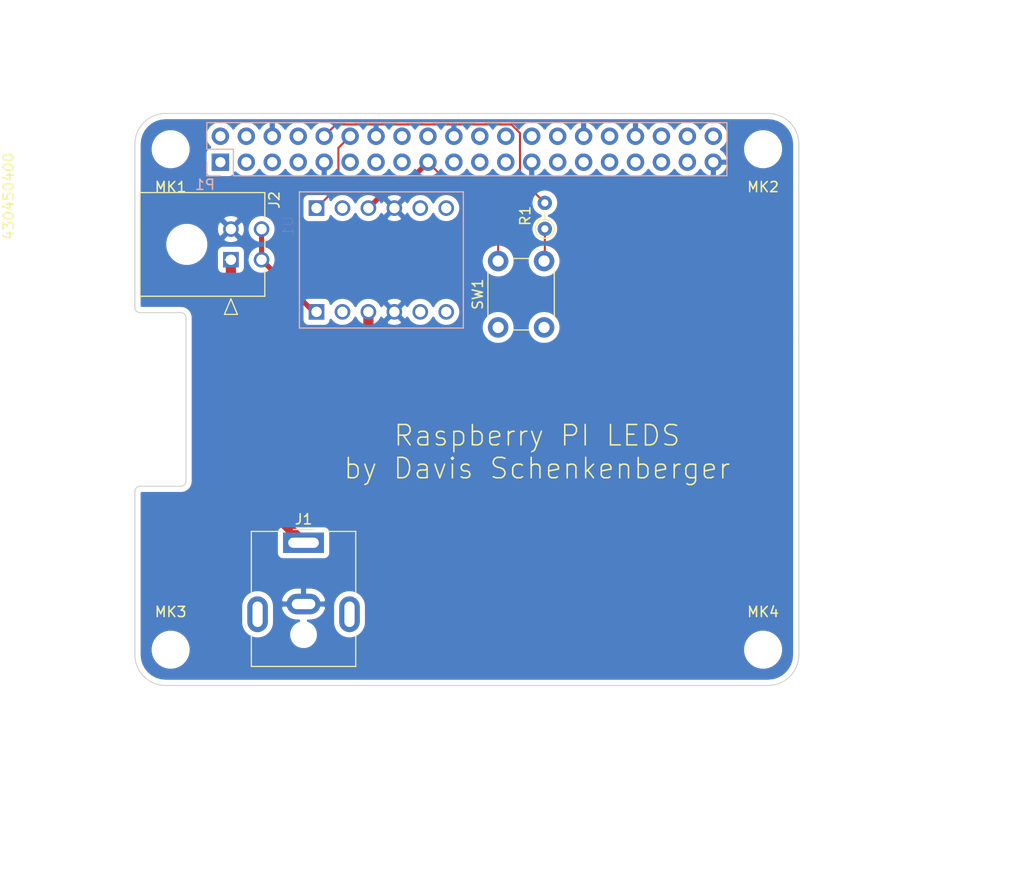
<source format=kicad_pcb>
(kicad_pcb (version 20171130) (host pcbnew 5.1.10-88a1d61d58~88~ubuntu20.04.1)

  (general
    (thickness 1.6)
    (drawings 35)
    (tracks 27)
    (zones 0)
    (modules 10)
    (nets 41)
  )

  (page A3)
  (title_block
    (date "15 nov 2012")
  )

  (layers
    (0 F.Cu signal)
    (31 B.Cu signal)
    (32 B.Adhes user)
    (33 F.Adhes user)
    (34 B.Paste user)
    (35 F.Paste user)
    (36 B.SilkS user)
    (37 F.SilkS user)
    (38 B.Mask user)
    (39 F.Mask user)
    (40 Dwgs.User user)
    (41 Cmts.User user)
    (42 Eco1.User user)
    (43 Eco2.User user)
    (44 Edge.Cuts user)
    (45 Margin user)
    (46 B.CrtYd user)
    (47 F.CrtYd user)
  )

  (setup
    (last_trace_width 0.2)
    (trace_clearance 0.2)
    (zone_clearance 0.508)
    (zone_45_only no)
    (trace_min 0.1524)
    (via_size 0.9)
    (via_drill 0.6)
    (via_min_size 0.8)
    (via_min_drill 0.5)
    (uvia_size 0.5)
    (uvia_drill 0.1)
    (uvias_allowed no)
    (uvia_min_size 0.5)
    (uvia_min_drill 0.1)
    (edge_width 0.1)
    (segment_width 0.1)
    (pcb_text_width 0.3)
    (pcb_text_size 1 1)
    (mod_edge_width 0.15)
    (mod_text_size 1 1)
    (mod_text_width 0.15)
    (pad_size 2.5 2.5)
    (pad_drill 2.5)
    (pad_to_mask_clearance 0)
    (aux_axis_origin 200 150)
    (grid_origin 200 150)
    (visible_elements 7FFFFFFF)
    (pcbplotparams
      (layerselection 0x0ffff_ffffffff)
      (usegerberextensions true)
      (usegerberattributes false)
      (usegerberadvancedattributes false)
      (creategerberjobfile true)
      (excludeedgelayer true)
      (linewidth 0.150000)
      (plotframeref false)
      (viasonmask false)
      (mode 1)
      (useauxorigin false)
      (hpglpennumber 1)
      (hpglpenspeed 20)
      (hpglpendiameter 15.000000)
      (psnegative false)
      (psa4output false)
      (plotreference true)
      (plotvalue true)
      (plotinvisibletext false)
      (padsonsilk false)
      (subtractmaskfromsilk false)
      (outputformat 1)
      (mirror false)
      (drillshape 0)
      (scaleselection 1)
      (outputdirectory "output/"))
  )

  (net 0 "")
  (net 1 +3V3)
  (net 2 +5V)
  (net 3 GND)
  (net 4 /ID_SD)
  (net 5 /ID_SC)
  (net 6 /GPIO5)
  (net 7 /GPIO6)
  (net 8 /GPIO26)
  (net 9 "/GPIO2(SDA1)")
  (net 10 "/GPIO3(SCL1)")
  (net 11 "/GPIO4(GCLK)")
  (net 12 "/GPIO14(TXD0)")
  (net 13 "/GPIO15(RXD0)")
  (net 14 "/GPIO17(GEN0)")
  (net 15 "/GPIO27(GEN2)")
  (net 16 "/GPIO22(GEN3)")
  (net 17 "/GPIO23(GEN4)")
  (net 18 "/GPIO24(GEN5)")
  (net 19 "/GPIO25(GEN6)")
  (net 20 "/GPIO18(GEN1)(PWM0)")
  (net 21 "/GPIO10(SPI0_MOSI)")
  (net 22 "/GPIO9(SPI0_MISO)")
  (net 23 "/GPIO11(SPI0_SCK)")
  (net 24 "/GPIO8(SPI0_CE_N)")
  (net 25 "/GPIO7(SPI1_CE_N)")
  (net 26 "/GPIO12(PWM0)")
  (net 27 "/GPIO13(PWM1)")
  (net 28 "/GPIO19(SPI1_MISO)")
  (net 29 /GPIO16)
  (net 30 "/GPIO20(SPI1_MOSI)")
  (net 31 "/GPIO21(SPI1_SCK)")
  (net 32 /LED_DATA)
  (net 33 "Net-(R1-Pad1)")
  (net 34 "Net-(U1-PadHV4)")
  (net 35 "Net-(U1-PadHV3)")
  (net 36 "Net-(U1-PadHV2)")
  (net 37 "Net-(U1-PadLV4)")
  (net 38 "Net-(U1-PadLV3)")
  (net 39 "Net-(U1-PadLV2)")
  (net 40 "Net-(P1-Pad2)")

  (net_class Default "This is the default net class."
    (clearance 0.2)
    (trace_width 0.2)
    (via_dia 0.9)
    (via_drill 0.6)
    (uvia_dia 0.5)
    (uvia_drill 0.1)
    (add_net +3V3)
    (add_net +5V)
    (add_net "/GPIO10(SPI0_MOSI)")
    (add_net "/GPIO11(SPI0_SCK)")
    (add_net "/GPIO12(PWM0)")
    (add_net "/GPIO13(PWM1)")
    (add_net "/GPIO14(TXD0)")
    (add_net "/GPIO15(RXD0)")
    (add_net /GPIO16)
    (add_net "/GPIO17(GEN0)")
    (add_net "/GPIO18(GEN1)(PWM0)")
    (add_net "/GPIO19(SPI1_MISO)")
    (add_net "/GPIO2(SDA1)")
    (add_net "/GPIO20(SPI1_MOSI)")
    (add_net "/GPIO21(SPI1_SCK)")
    (add_net "/GPIO22(GEN3)")
    (add_net "/GPIO23(GEN4)")
    (add_net "/GPIO24(GEN5)")
    (add_net "/GPIO25(GEN6)")
    (add_net /GPIO26)
    (add_net "/GPIO27(GEN2)")
    (add_net "/GPIO3(SCL1)")
    (add_net "/GPIO4(GCLK)")
    (add_net /GPIO5)
    (add_net /GPIO6)
    (add_net "/GPIO7(SPI1_CE_N)")
    (add_net "/GPIO8(SPI0_CE_N)")
    (add_net "/GPIO9(SPI0_MISO)")
    (add_net /ID_SC)
    (add_net /ID_SD)
    (add_net /LED_DATA)
    (add_net GND)
    (add_net "Net-(P1-Pad2)")
    (add_net "Net-(R1-Pad1)")
    (add_net "Net-(U1-PadHV2)")
    (add_net "Net-(U1-PadHV3)")
    (add_net "Net-(U1-PadHV4)")
    (add_net "Net-(U1-PadLV2)")
    (add_net "Net-(U1-PadLV3)")
    (add_net "Net-(U1-PadLV4)")
  )

  (net_class Power ""
    (clearance 0.2)
    (trace_width 0.5)
    (via_dia 1)
    (via_drill 0.7)
    (uvia_dia 0.5)
    (uvia_drill 0.1)
  )

  (module Resistor_THT:R_Axial_DIN0204_L3.6mm_D1.6mm_P2.54mm_Vertical (layer F.Cu) (tedit 5AE5139B) (tstamp 60C1339B)
    (at 240.132 105.296 90)
    (descr "Resistor, Axial_DIN0204 series, Axial, Vertical, pin pitch=2.54mm, 0.167W, length*diameter=3.6*1.6mm^2, http://cdn-reichelt.de/documents/datenblatt/B400/1_4W%23YAG.pdf")
    (tags "Resistor Axial_DIN0204 series Axial Vertical pin pitch 2.54mm 0.167W length 3.6mm diameter 1.6mm")
    (path /60C6D8BB)
    (fp_text reference R1 (at 1.27 -1.92 90) (layer F.SilkS)
      (effects (font (size 1 1) (thickness 0.15)))
    )
    (fp_text value R (at 1.27 1.92 90) (layer F.Fab)
      (effects (font (size 1 1) (thickness 0.15)))
    )
    (fp_line (start 3.49 -1.05) (end -1.05 -1.05) (layer F.CrtYd) (width 0.05))
    (fp_line (start 3.49 1.05) (end 3.49 -1.05) (layer F.CrtYd) (width 0.05))
    (fp_line (start -1.05 1.05) (end 3.49 1.05) (layer F.CrtYd) (width 0.05))
    (fp_line (start -1.05 -1.05) (end -1.05 1.05) (layer F.CrtYd) (width 0.05))
    (fp_line (start 0.92 0) (end 1.54 0) (layer F.SilkS) (width 0.12))
    (fp_line (start 0 0) (end 2.54 0) (layer F.Fab) (width 0.1))
    (fp_circle (center 0 0) (end 0.92 0) (layer F.SilkS) (width 0.12))
    (fp_circle (center 0 0) (end 0.8 0) (layer F.Fab) (width 0.1))
    (fp_text user %R (at 1.27 -1.92 90) (layer F.Fab)
      (effects (font (size 1 1) (thickness 0.15)))
    )
    (pad 2 thru_hole oval (at 2.54 0 90) (size 1.4 1.4) (drill 0.7) (layers *.Cu *.Mask)
      (net 13 "/GPIO15(RXD0)"))
    (pad 1 thru_hole circle (at 0 0 90) (size 1.4 1.4) (drill 0.7) (layers *.Cu *.Mask)
      (net 33 "Net-(R1-Pad1)"))
    (model ${KISYS3DMOD}/Resistor_THT.3dshapes/R_Axial_DIN0204_L3.6mm_D1.6mm_P2.54mm_Vertical.wrl
      (at (xyz 0 0 0))
      (scale (xyz 1 1 1))
      (rotate (xyz 0 0 0))
    )
  )

  (module "BOB-120009 Level Converter:CONV_BOB-12009" (layer B.Cu) (tedit 609C7C35) (tstamp 60C11EF7)
    (at 224.13 108.344 270)
    (path /60C05AD4)
    (fp_text reference U1 (at -3.325 9.135 270) (layer B.SilkS)
      (effects (font (size 1 1) (thickness 0.015)) (justify mirror))
    )
    (fp_text value BOB-12009 (at 2.39 -9.135 270) (layer B.Fab)
      (effects (font (size 1 1) (thickness 0.015)) (justify mirror))
    )
    (fp_line (start -6.665 8.025) (end 6.665 8.025) (layer B.Fab) (width 0.127))
    (fp_line (start -6.665 -8.025) (end -6.665 8.025) (layer B.Fab) (width 0.127))
    (fp_line (start 6.665 -8.025) (end -6.665 -8.025) (layer B.Fab) (width 0.127))
    (fp_line (start 6.665 8.025) (end 6.665 -8.025) (layer B.Fab) (width 0.127))
    (fp_line (start 6.915 -8.275) (end 6.915 8.275) (layer B.CrtYd) (width 0.05))
    (fp_line (start -6.915 -8.275) (end 6.915 -8.275) (layer B.CrtYd) (width 0.05))
    (fp_line (start -6.915 8.275) (end -6.915 -8.275) (layer B.CrtYd) (width 0.05))
    (fp_line (start 6.915 8.275) (end -6.915 8.275) (layer B.CrtYd) (width 0.05))
    (fp_line (start -6.665 8.025) (end 6.665 8.025) (layer B.SilkS) (width 0.127))
    (fp_line (start -6.665 -8.025) (end -6.665 8.025) (layer B.SilkS) (width 0.127))
    (fp_line (start 6.665 -8.025) (end -6.665 -8.025) (layer B.SilkS) (width 0.127))
    (fp_line (start 6.665 8.025) (end 6.665 -8.025) (layer B.SilkS) (width 0.127))
    (pad HV4 thru_hole circle (at 5.08 -6.35 270) (size 1.524 1.524) (drill 1.016) (layers *.Cu *.Mask)
      (net 34 "Net-(U1-PadHV4)"))
    (pad HV3 thru_hole circle (at 5.08 -3.81 270) (size 1.524 1.524) (drill 1.016) (layers *.Cu *.Mask)
      (net 35 "Net-(U1-PadHV3)"))
    (pad GND_1 thru_hole circle (at 5.08 -1.27 270) (size 1.524 1.524) (drill 1.016) (layers *.Cu *.Mask)
      (net 3 GND))
    (pad HV thru_hole circle (at 5.08 1.27 270) (size 1.524 1.524) (drill 1.016) (layers *.Cu *.Mask)
      (net 2 +5V))
    (pad HV2 thru_hole circle (at 5.08 3.81 270) (size 1.524 1.524) (drill 1.016) (layers *.Cu *.Mask)
      (net 36 "Net-(U1-PadHV2)"))
    (pad HV1 thru_hole rect (at 5.08 6.35 270) (size 1.524 1.524) (drill 1.016) (layers *.Cu *.Mask)
      (net 32 /LED_DATA))
    (pad LV4 thru_hole circle (at -5.08 -6.35 270) (size 1.524 1.524) (drill 1.016) (layers *.Cu *.Mask)
      (net 37 "Net-(U1-PadLV4)"))
    (pad LV3 thru_hole circle (at -5.08 -3.81 270) (size 1.524 1.524) (drill 1.016) (layers *.Cu *.Mask)
      (net 38 "Net-(U1-PadLV3)"))
    (pad GND_2 thru_hole circle (at -5.08 -1.27 270) (size 1.524 1.524) (drill 1.016) (layers *.Cu *.Mask)
      (net 3 GND))
    (pad LV thru_hole circle (at -5.08 1.27 270) (size 1.524 1.524) (drill 1.016) (layers *.Cu *.Mask)
      (net 1 +3V3))
    (pad LV2 thru_hole circle (at -5.08 3.81 270) (size 1.524 1.524) (drill 1.016) (layers *.Cu *.Mask)
      (net 39 "Net-(U1-PadLV2)"))
    (pad LV1 thru_hole rect (at -5.08 6.35 270) (size 1.524 1.524) (drill 1.016) (layers *.Cu *.Mask)
      (net 20 "/GPIO18(GEN1)(PWM0)"))
  )

  (module Button_Switch_THT:SW_PUSH_6mm (layer F.Cu) (tedit 5A02FE31) (tstamp 60C11EDB)
    (at 235.56 114.948 90)
    (descr https://www.omron.com/ecb/products/pdf/en-b3f.pdf)
    (tags "tact sw push 6mm")
    (path /60C6047C)
    (fp_text reference SW1 (at 3.25 -2 90) (layer F.SilkS)
      (effects (font (size 1 1) (thickness 0.15)))
    )
    (fp_text value SW_Push (at 3.75 6.7 90) (layer F.Fab)
      (effects (font (size 1 1) (thickness 0.15)))
    )
    (fp_circle (center 3.25 2.25) (end 1.25 2.5) (layer F.Fab) (width 0.1))
    (fp_line (start 6.75 3) (end 6.75 1.5) (layer F.SilkS) (width 0.12))
    (fp_line (start 5.5 -1) (end 1 -1) (layer F.SilkS) (width 0.12))
    (fp_line (start -0.25 1.5) (end -0.25 3) (layer F.SilkS) (width 0.12))
    (fp_line (start 1 5.5) (end 5.5 5.5) (layer F.SilkS) (width 0.12))
    (fp_line (start 8 -1.25) (end 8 5.75) (layer F.CrtYd) (width 0.05))
    (fp_line (start 7.75 6) (end -1.25 6) (layer F.CrtYd) (width 0.05))
    (fp_line (start -1.5 5.75) (end -1.5 -1.25) (layer F.CrtYd) (width 0.05))
    (fp_line (start -1.25 -1.5) (end 7.75 -1.5) (layer F.CrtYd) (width 0.05))
    (fp_line (start -1.5 6) (end -1.25 6) (layer F.CrtYd) (width 0.05))
    (fp_line (start -1.5 5.75) (end -1.5 6) (layer F.CrtYd) (width 0.05))
    (fp_line (start -1.5 -1.5) (end -1.25 -1.5) (layer F.CrtYd) (width 0.05))
    (fp_line (start -1.5 -1.25) (end -1.5 -1.5) (layer F.CrtYd) (width 0.05))
    (fp_line (start 8 -1.5) (end 8 -1.25) (layer F.CrtYd) (width 0.05))
    (fp_line (start 7.75 -1.5) (end 8 -1.5) (layer F.CrtYd) (width 0.05))
    (fp_line (start 8 6) (end 8 5.75) (layer F.CrtYd) (width 0.05))
    (fp_line (start 7.75 6) (end 8 6) (layer F.CrtYd) (width 0.05))
    (fp_line (start 0.25 -0.75) (end 3.25 -0.75) (layer F.Fab) (width 0.1))
    (fp_line (start 0.25 5.25) (end 0.25 -0.75) (layer F.Fab) (width 0.1))
    (fp_line (start 6.25 5.25) (end 0.25 5.25) (layer F.Fab) (width 0.1))
    (fp_line (start 6.25 -0.75) (end 6.25 5.25) (layer F.Fab) (width 0.1))
    (fp_line (start 3.25 -0.75) (end 6.25 -0.75) (layer F.Fab) (width 0.1))
    (fp_text user %R (at 3.25 2.25 90) (layer F.Fab)
      (effects (font (size 1 1) (thickness 0.15)))
    )
    (pad 1 thru_hole circle (at 6.5 0 180) (size 2 2) (drill 1.1) (layers *.Cu *.Mask)
      (net 1 +3V3))
    (pad 2 thru_hole circle (at 6.5 4.5 180) (size 2 2) (drill 1.1) (layers *.Cu *.Mask)
      (net 33 "Net-(R1-Pad1)"))
    (pad 1 thru_hole circle (at 0 0 180) (size 2 2) (drill 1.1) (layers *.Cu *.Mask)
      (net 1 +3V3))
    (pad 2 thru_hole circle (at 0 4.5 180) (size 2 2) (drill 1.1) (layers *.Cu *.Mask)
      (net 33 "Net-(R1-Pad1)"))
    (model ${KISYS3DMOD}/Button_Switch_THT.3dshapes/SW_PUSH_6mm.wrl
      (at (xyz 0 0 0))
      (scale (xyz 1 1 1))
      (rotate (xyz 0 0 0))
    )
  )

  (module footprints:430450400 (layer F.Cu) (tedit 0) (tstamp 60C11DFB)
    (at 209.399999 108.32 270)
    (path /60C3EE0D)
    (fp_text reference J2 (at -5.85 -4.250001 90) (layer F.SilkS)
      (effects (font (size 1 1) (thickness 0.15)))
    )
    (fp_text value Conn_02x02_Counter_Clockwise (at -13.47 19.549999 90) (layer Dwgs.User)
      (effects (font (size 1 1) (thickness 0.15)))
    )
    (fp_line (start 4.844991 -4.590001) (end -7.844988 -4.590001) (layer F.CrtYd) (width 0.05))
    (fp_line (start 4.844991 10.19) (end 4.844991 -4.590001) (layer F.CrtYd) (width 0.05))
    (fp_line (start -7.844988 10.19) (end 4.844991 10.19) (layer F.CrtYd) (width 0.05))
    (fp_line (start -7.844988 -4.590001) (end -7.844988 10.19) (layer F.CrtYd) (width 0.05))
    (fp_line (start -4.031544 -3.320001) (end -6.574988 -3.320001) (layer F.SilkS) (width 0.12))
    (fp_line (start -1.031545 -3.320001) (end -1.968454 -3.320001) (layer F.SilkS) (width 0.12))
    (fp_line (start -6.574988 -3.320001) (end -6.574988 8.92) (layer F.Fab) (width 0.1))
    (fp_line (start 3.574991 -3.320001) (end -6.574988 -3.320001) (layer F.Fab) (width 0.1))
    (fp_line (start 3.574991 8.92) (end 3.574991 -3.320001) (layer F.Fab) (width 0.1))
    (fp_line (start -6.574988 8.92) (end 3.574991 8.92) (layer F.Fab) (width 0.1))
    (fp_line (start 3.574991 -3.320001) (end 1.031545 -3.320001) (layer F.SilkS) (width 0.12))
    (fp_line (start 3.574991 8.92) (end 3.574991 -3.320001) (layer F.SilkS) (width 0.12))
    (fp_line (start -6.574988 8.92) (end 3.574991 8.92) (layer F.SilkS) (width 0.12))
    (fp_line (start -6.574988 -3.320001) (end -6.574988 8.92) (layer F.SilkS) (width 0.12))
    (fp_line (start 5.352991 0.635) (end 3.828991 0) (layer F.SilkS) (width 0.12))
    (fp_line (start 5.352991 -0.635) (end 5.352991 0.635) (layer F.SilkS) (width 0.12))
    (fp_line (start 3.828991 0) (end 5.352991 -0.635) (layer F.SilkS) (width 0.12))
    (fp_line (start 5.352991 0.635) (end 3.828991 0) (layer F.Fab) (width 0.1))
    (fp_line (start 5.352991 -0.635) (end 5.352991 0.635) (layer F.Fab) (width 0.1))
    (fp_line (start 3.828991 0) (end 5.352991 -0.635) (layer F.Fab) (width 0.1))
    (fp_text user NPTH_DRILL_SIZE:_3.0_MM,_TOLERANCE:_+0.05/-0.05 (at -1.499997 16.77 90) (layer Dwgs.User)
      (effects (font (size 1 1) (thickness 0.15)))
    )
    (fp_text user NPTH_DRILL_SIZE:_3.0_MM,_TOLERANCE:_+0.05/-0.05 (at -1.499997 16.77 90) (layer Dwgs.User)
      (effects (font (size 1 1) (thickness 0.15)))
    )
    (fp_text user PTH_DRILL_SIZE:_1.02_MM,_TOLERANCE:_+0.05/-0.05 (at -1.499997 14.23 90) (layer Dwgs.User)
      (effects (font (size 1 1) (thickness 0.15)))
    )
    (fp_text user PTH_DRILL_SIZE:_1.02_MM,_TOLERANCE:_+0.05/-0.05 (at -1.499997 14.23 90) (layer Dwgs.User)
      (effects (font (size 1 1) (thickness 0.15)))
    )
    (fp_text user 430450400 (at -6.2 21.759999 90) (layer F.SilkS)
      (effects (font (size 1 1) (thickness 0.15)))
    )
    (fp_text user 430450400 (at -1.499997 -13.71 90) (layer F.Fab)
      (effects (font (size 1 1) (thickness 0.15)))
    )
    (fp_text user * (at 0 0 90) (layer F.Fab)
      (effects (font (size 1 1) (thickness 0.15)))
    )
    (fp_text user * (at 0 0 90) (layer F.SilkS)
      (effects (font (size 1 1) (thickness 0.15)))
    )
    (fp_text user "Copyright 2021 Accelerated Designs. All rights reserved." (at 0 0 90) (layer Cmts.User)
      (effects (font (size 0.127 0.127) (thickness 0.002)))
    )
    (pad M1 np_thru_hole circle (at -1.5 4.319999 270) (size 2.999999 2.999999) (drill 2.999999) (layers *.Cu *.Mask))
    (pad 4 thru_hole circle (at -2.999999 -2.999999 270) (size 1.52 1.52) (drill 1.02) (layers *.Cu *.Mask)
      (net 32 /LED_DATA))
    (pad 3 thru_hole circle (at 0 -2.999999 270) (size 1.52 1.52) (drill 1.02) (layers *.Cu *.Mask)
      (net 32 /LED_DATA))
    (pad 2 thru_hole circle (at -2.999999 0 270) (size 1.52 1.52) (drill 1.02) (layers *.Cu *.Mask)
      (net 3 GND))
    (pad 1 thru_hole rect (at 0 0 270) (size 1.52 1.52) (drill 1.02) (layers *.Cu *.Mask)
      (net 2 +5V))
  )

  (module Connector_BarrelJack:BarrelJack_CUI_PJ-063AH_Horizontal (layer F.Cu) (tedit 5B0886BD) (tstamp 60C11DD5)
    (at 216.51 136.03)
    (descr "Barrel Jack, 2.0mm ID, 5.5mm OD, 24V, 8A, no switch, https://www.cui.com/product/resource/pj-063ah.pdf")
    (tags "barrel jack cui dc power")
    (path /60C2244A)
    (fp_text reference J1 (at 0 -2.3) (layer F.SilkS)
      (effects (font (size 1 1) (thickness 0.15)))
    )
    (fp_text value Barrel_Jack (at 0 13) (layer F.Fab)
      (effects (font (size 1 1) (thickness 0.15)))
    )
    (fp_line (start 6 -1.5) (end -6 -1.5) (layer F.CrtYd) (width 0.05))
    (fp_line (start 6 12.5) (end 6 -1.5) (layer F.CrtYd) (width 0.05))
    (fp_line (start -6 12.5) (end 6 12.5) (layer F.CrtYd) (width 0.05))
    (fp_line (start -6 -1.5) (end -6 12.5) (layer F.CrtYd) (width 0.05))
    (fp_line (start -1 -1.3) (end 1 -1.3) (layer F.SilkS) (width 0.12))
    (fp_line (start -5.11 12.11) (end -5.11 9.05) (layer F.SilkS) (width 0.12))
    (fp_line (start 5.11 12.11) (end -5.11 12.11) (layer F.SilkS) (width 0.12))
    (fp_line (start 5.11 9.05) (end 5.11 12.11) (layer F.SilkS) (width 0.12))
    (fp_line (start 5.11 -1.11) (end 5.11 4.95) (layer F.SilkS) (width 0.12))
    (fp_line (start 2.3 -1.11) (end 5.11 -1.11) (layer F.SilkS) (width 0.12))
    (fp_line (start -5.11 -1.11) (end -2.3 -1.11) (layer F.SilkS) (width 0.12))
    (fp_line (start -5.11 4.95) (end -5.11 -1.11) (layer F.SilkS) (width 0.12))
    (fp_line (start -5 12) (end -5 -1) (layer F.Fab) (width 0.1))
    (fp_line (start 5 12) (end -5 12) (layer F.Fab) (width 0.1))
    (fp_line (start 5 -1) (end 5 12) (layer F.Fab) (width 0.1))
    (fp_line (start 1 -1) (end 5 -1) (layer F.Fab) (width 0.1))
    (fp_line (start 0 0) (end 1 -1) (layer F.Fab) (width 0.1))
    (fp_line (start -1 -1) (end 0 0) (layer F.Fab) (width 0.1))
    (fp_line (start -5 -1) (end -1 -1) (layer F.Fab) (width 0.1))
    (fp_text user %R (at 0 5.5) (layer F.Fab)
      (effects (font (size 1 1) (thickness 0.15)))
    )
    (pad "" np_thru_hole circle (at 0 9) (size 1.6 1.6) (drill 1.6) (layers *.Cu *.Mask))
    (pad MP thru_hole oval (at 4.5 7) (size 2 3.5) (drill oval 1 2.5) (layers *.Cu *.Mask))
    (pad MP thru_hole oval (at -4.5 7) (size 2 3.5) (drill oval 1 2.5) (layers *.Cu *.Mask))
    (pad 2 thru_hole oval (at 0 6) (size 3.3 2) (drill oval 2.3 1) (layers *.Cu *.Mask)
      (net 3 GND))
    (pad 1 thru_hole rect (at 0 0) (size 4 2) (drill oval 3 1) (layers *.Cu *.Mask)
      (net 2 +5V))
    (model ${KISYS3DMOD}/Connector_BarrelJack.3dshapes/BarrelJack_CUI_PJ-063AH_Horizontal.wrl
      (at (xyz 0 0 0))
      (scale (xyz 1 1 1))
      (rotate (xyz 0 0 0))
    )
  )

  (module Connector_PinSocket_2.54mm:PinSocket_2x20_P2.54mm_Vertical (layer B.Cu) (tedit 5A19A433) (tstamp 5A793E9F)
    (at 208.37 98.77 270)
    (descr "Through hole straight socket strip, 2x20, 2.54mm pitch, double cols (from Kicad 4.0.7), script generated")
    (tags "Through hole socket strip THT 2x20 2.54mm double row")
    (path /59AD464A)
    (fp_text reference P1 (at 2.208 1.512) (layer B.SilkS)
      (effects (font (size 1 1) (thickness 0.15)) (justify mirror))
    )
    (fp_text value Conn_02x20_Odd_Even (at -1.27 -51.03 270) (layer B.Fab)
      (effects (font (size 1 1) (thickness 0.15)) (justify mirror))
    )
    (fp_line (start -3.81 1.27) (end 0.27 1.27) (layer B.Fab) (width 0.1))
    (fp_line (start 0.27 1.27) (end 1.27 0.27) (layer B.Fab) (width 0.1))
    (fp_line (start 1.27 0.27) (end 1.27 -49.53) (layer B.Fab) (width 0.1))
    (fp_line (start 1.27 -49.53) (end -3.81 -49.53) (layer B.Fab) (width 0.1))
    (fp_line (start -3.81 -49.53) (end -3.81 1.27) (layer B.Fab) (width 0.1))
    (fp_line (start -3.87 1.33) (end -1.27 1.33) (layer B.SilkS) (width 0.12))
    (fp_line (start -3.87 1.33) (end -3.87 -49.59) (layer B.SilkS) (width 0.12))
    (fp_line (start -3.87 -49.59) (end 1.33 -49.59) (layer B.SilkS) (width 0.12))
    (fp_line (start 1.33 -1.27) (end 1.33 -49.59) (layer B.SilkS) (width 0.12))
    (fp_line (start -1.27 -1.27) (end 1.33 -1.27) (layer B.SilkS) (width 0.12))
    (fp_line (start -1.27 1.33) (end -1.27 -1.27) (layer B.SilkS) (width 0.12))
    (fp_line (start 1.33 1.33) (end 1.33 0) (layer B.SilkS) (width 0.12))
    (fp_line (start 0 1.33) (end 1.33 1.33) (layer B.SilkS) (width 0.12))
    (fp_line (start -4.34 1.8) (end 1.76 1.8) (layer B.CrtYd) (width 0.05))
    (fp_line (start 1.76 1.8) (end 1.76 -50) (layer B.CrtYd) (width 0.05))
    (fp_line (start 1.76 -50) (end -4.34 -50) (layer B.CrtYd) (width 0.05))
    (fp_line (start -4.34 -50) (end -4.34 1.8) (layer B.CrtYd) (width 0.05))
    (fp_text user %R (at -1.27 -24.13 180) (layer B.Fab)
      (effects (font (size 1 1) (thickness 0.15)) (justify mirror))
    )
    (pad 1 thru_hole rect (at 0 0 270) (size 1.7 1.7) (drill 1) (layers *.Cu *.Mask)
      (net 1 +3V3))
    (pad 2 thru_hole oval (at -2.54 0 270) (size 1.7 1.7) (drill 1) (layers *.Cu *.Mask)
      (net 40 "Net-(P1-Pad2)"))
    (pad 3 thru_hole oval (at 0 -2.54 270) (size 1.7 1.7) (drill 1) (layers *.Cu *.Mask)
      (net 9 "/GPIO2(SDA1)"))
    (pad 4 thru_hole oval (at -2.54 -2.54 270) (size 1.7 1.7) (drill 1) (layers *.Cu *.Mask)
      (net 40 "Net-(P1-Pad2)"))
    (pad 5 thru_hole oval (at 0 -5.08 270) (size 1.7 1.7) (drill 1) (layers *.Cu *.Mask)
      (net 10 "/GPIO3(SCL1)"))
    (pad 6 thru_hole oval (at -2.54 -5.08 270) (size 1.7 1.7) (drill 1) (layers *.Cu *.Mask)
      (net 3 GND))
    (pad 7 thru_hole oval (at 0 -7.62 270) (size 1.7 1.7) (drill 1) (layers *.Cu *.Mask)
      (net 11 "/GPIO4(GCLK)"))
    (pad 8 thru_hole oval (at -2.54 -7.62 270) (size 1.7 1.7) (drill 1) (layers *.Cu *.Mask)
      (net 12 "/GPIO14(TXD0)"))
    (pad 9 thru_hole oval (at 0 -10.16 270) (size 1.7 1.7) (drill 1) (layers *.Cu *.Mask)
      (net 3 GND))
    (pad 10 thru_hole oval (at -2.54 -10.16 270) (size 1.7 1.7) (drill 1) (layers *.Cu *.Mask)
      (net 13 "/GPIO15(RXD0)"))
    (pad 11 thru_hole oval (at 0 -12.7 270) (size 1.7 1.7) (drill 1) (layers *.Cu *.Mask)
      (net 14 "/GPIO17(GEN0)"))
    (pad 12 thru_hole oval (at -2.54 -12.7 270) (size 1.7 1.7) (drill 1) (layers *.Cu *.Mask)
      (net 20 "/GPIO18(GEN1)(PWM0)"))
    (pad 13 thru_hole oval (at 0 -15.24 270) (size 1.7 1.7) (drill 1) (layers *.Cu *.Mask)
      (net 15 "/GPIO27(GEN2)"))
    (pad 14 thru_hole oval (at -2.54 -15.24 270) (size 1.7 1.7) (drill 1) (layers *.Cu *.Mask)
      (net 3 GND))
    (pad 15 thru_hole oval (at 0 -17.78 270) (size 1.7 1.7) (drill 1) (layers *.Cu *.Mask)
      (net 16 "/GPIO22(GEN3)"))
    (pad 16 thru_hole oval (at -2.54 -17.78 270) (size 1.7 1.7) (drill 1) (layers *.Cu *.Mask)
      (net 17 "/GPIO23(GEN4)"))
    (pad 17 thru_hole oval (at 0 -20.32 270) (size 1.7 1.7) (drill 1) (layers *.Cu *.Mask)
      (net 1 +3V3))
    (pad 18 thru_hole oval (at -2.54 -20.32 270) (size 1.7 1.7) (drill 1) (layers *.Cu *.Mask)
      (net 18 "/GPIO24(GEN5)"))
    (pad 19 thru_hole oval (at 0 -22.86 270) (size 1.7 1.7) (drill 1) (layers *.Cu *.Mask)
      (net 21 "/GPIO10(SPI0_MOSI)"))
    (pad 20 thru_hole oval (at -2.54 -22.86 270) (size 1.7 1.7) (drill 1) (layers *.Cu *.Mask)
      (net 3 GND))
    (pad 21 thru_hole oval (at 0 -25.4 270) (size 1.7 1.7) (drill 1) (layers *.Cu *.Mask)
      (net 22 "/GPIO9(SPI0_MISO)"))
    (pad 22 thru_hole oval (at -2.54 -25.4 270) (size 1.7 1.7) (drill 1) (layers *.Cu *.Mask)
      (net 19 "/GPIO25(GEN6)"))
    (pad 23 thru_hole oval (at 0 -27.94 270) (size 1.7 1.7) (drill 1) (layers *.Cu *.Mask)
      (net 23 "/GPIO11(SPI0_SCK)"))
    (pad 24 thru_hole oval (at -2.54 -27.94 270) (size 1.7 1.7) (drill 1) (layers *.Cu *.Mask)
      (net 24 "/GPIO8(SPI0_CE_N)"))
    (pad 25 thru_hole oval (at 0 -30.48 270) (size 1.7 1.7) (drill 1) (layers *.Cu *.Mask)
      (net 3 GND))
    (pad 26 thru_hole oval (at -2.54 -30.48 270) (size 1.7 1.7) (drill 1) (layers *.Cu *.Mask)
      (net 25 "/GPIO7(SPI1_CE_N)"))
    (pad 27 thru_hole oval (at 0 -33.02 270) (size 1.7 1.7) (drill 1) (layers *.Cu *.Mask)
      (net 4 /ID_SD))
    (pad 28 thru_hole oval (at -2.54 -33.02 270) (size 1.7 1.7) (drill 1) (layers *.Cu *.Mask)
      (net 5 /ID_SC))
    (pad 29 thru_hole oval (at 0 -35.56 270) (size 1.7 1.7) (drill 1) (layers *.Cu *.Mask)
      (net 6 /GPIO5))
    (pad 30 thru_hole oval (at -2.54 -35.56 270) (size 1.7 1.7) (drill 1) (layers *.Cu *.Mask)
      (net 3 GND))
    (pad 31 thru_hole oval (at 0 -38.1 270) (size 1.7 1.7) (drill 1) (layers *.Cu *.Mask)
      (net 7 /GPIO6))
    (pad 32 thru_hole oval (at -2.54 -38.1 270) (size 1.7 1.7) (drill 1) (layers *.Cu *.Mask)
      (net 26 "/GPIO12(PWM0)"))
    (pad 33 thru_hole oval (at 0 -40.64 270) (size 1.7 1.7) (drill 1) (layers *.Cu *.Mask)
      (net 27 "/GPIO13(PWM1)"))
    (pad 34 thru_hole oval (at -2.54 -40.64 270) (size 1.7 1.7) (drill 1) (layers *.Cu *.Mask)
      (net 3 GND))
    (pad 35 thru_hole oval (at 0 -43.18 270) (size 1.7 1.7) (drill 1) (layers *.Cu *.Mask)
      (net 28 "/GPIO19(SPI1_MISO)"))
    (pad 36 thru_hole oval (at -2.54 -43.18 270) (size 1.7 1.7) (drill 1) (layers *.Cu *.Mask)
      (net 29 /GPIO16))
    (pad 37 thru_hole oval (at 0 -45.72 270) (size 1.7 1.7) (drill 1) (layers *.Cu *.Mask)
      (net 8 /GPIO26))
    (pad 38 thru_hole oval (at -2.54 -45.72 270) (size 1.7 1.7) (drill 1) (layers *.Cu *.Mask)
      (net 30 "/GPIO20(SPI1_MOSI)"))
    (pad 39 thru_hole oval (at 0 -48.26 270) (size 1.7 1.7) (drill 1) (layers *.Cu *.Mask)
      (net 3 GND))
    (pad 40 thru_hole oval (at -2.54 -48.26 270) (size 1.7 1.7) (drill 1) (layers *.Cu *.Mask)
      (net 31 "/GPIO21(SPI1_SCK)"))
    (model ${KISYS3DMOD}/Connector_PinSocket_2.54mm.3dshapes/PinSocket_2x20_P2.54mm_Vertical.wrl
      (at (xyz 0 0 0))
      (scale (xyz 1 1 1))
      (rotate (xyz 0 0 0))
    )
  )

  (module MountingHole:MountingHole_2.7mm_M2.5 (layer F.Cu) (tedit 56D1B4CB) (tstamp 5A793E98)
    (at 261.5 146.5)
    (descr "Mounting Hole 2.7mm, no annular, M2.5")
    (tags "mounting hole 2.7mm no annular m2.5")
    (path /5834FC4F)
    (attr virtual)
    (fp_text reference MK4 (at 0 -3.7) (layer F.SilkS)
      (effects (font (size 1 1) (thickness 0.15)))
    )
    (fp_text value M2.5 (at 0 3.7) (layer F.Fab)
      (effects (font (size 1 1) (thickness 0.15)))
    )
    (fp_circle (center 0 0) (end 2.95 0) (layer F.CrtYd) (width 0.05))
    (fp_circle (center 0 0) (end 2.7 0) (layer Cmts.User) (width 0.15))
    (fp_text user %R (at 0.3 0) (layer F.Fab)
      (effects (font (size 1 1) (thickness 0.15)))
    )
    (pad 1 np_thru_hole circle (at 0 0) (size 2.7 2.7) (drill 2.7) (layers *.Cu *.Mask))
  )

  (module MountingHole:MountingHole_2.7mm_M2.5 (layer F.Cu) (tedit 56D1B4CB) (tstamp 5A793E91)
    (at 203.5 146.5)
    (descr "Mounting Hole 2.7mm, no annular, M2.5")
    (tags "mounting hole 2.7mm no annular m2.5")
    (path /5834FBEF)
    (attr virtual)
    (fp_text reference MK3 (at 0 -3.7) (layer F.SilkS)
      (effects (font (size 1 1) (thickness 0.15)))
    )
    (fp_text value M2.5 (at 0 3.7) (layer F.Fab)
      (effects (font (size 1 1) (thickness 0.15)))
    )
    (fp_circle (center 0 0) (end 2.7 0) (layer Cmts.User) (width 0.15))
    (fp_circle (center 0 0) (end 2.95 0) (layer F.CrtYd) (width 0.05))
    (fp_text user %R (at 0.3 0) (layer F.Fab)
      (effects (font (size 1 1) (thickness 0.15)))
    )
    (pad 1 np_thru_hole circle (at 0 0) (size 2.7 2.7) (drill 2.7) (layers *.Cu *.Mask))
  )

  (module MountingHole:MountingHole_2.7mm_M2.5 (layer F.Cu) (tedit 56D1B4CB) (tstamp 5A793E8A)
    (at 261.5 97.5 180)
    (descr "Mounting Hole 2.7mm, no annular, M2.5")
    (tags "mounting hole 2.7mm no annular m2.5")
    (path /5834FC19)
    (attr virtual)
    (fp_text reference MK2 (at 0 -3.7 180) (layer F.SilkS)
      (effects (font (size 1 1) (thickness 0.15)))
    )
    (fp_text value M2.5 (at 0 3.7 180) (layer F.Fab)
      (effects (font (size 1 1) (thickness 0.15)))
    )
    (fp_circle (center 0 0) (end 2.95 0) (layer F.CrtYd) (width 0.05))
    (fp_circle (center 0 0) (end 2.7 0) (layer Cmts.User) (width 0.15))
    (fp_text user %R (at 0.3 0 180) (layer F.Fab)
      (effects (font (size 1 1) (thickness 0.15)))
    )
    (pad 1 np_thru_hole circle (at 0 0 180) (size 2.7 2.7) (drill 2.7) (layers *.Cu *.Mask))
  )

  (module MountingHole:MountingHole_2.7mm_M2.5 (layer F.Cu) (tedit 56D1B4CB) (tstamp 5A793E83)
    (at 203.5 97.5 180)
    (descr "Mounting Hole 2.7mm, no annular, M2.5")
    (tags "mounting hole 2.7mm no annular m2.5")
    (path /5834FB2E)
    (attr virtual)
    (fp_text reference MK1 (at 0 -3.7 180) (layer F.SilkS)
      (effects (font (size 1 1) (thickness 0.15)))
    )
    (fp_text value M2.5 (at 0 3.7 180) (layer F.Fab)
      (effects (font (size 1 1) (thickness 0.15)))
    )
    (fp_circle (center 0 0) (end 2.7 0) (layer Cmts.User) (width 0.15))
    (fp_circle (center 0 0) (end 2.95 0) (layer F.CrtYd) (width 0.05))
    (fp_text user %R (at 0.3 0 180) (layer F.Fab)
      (effects (font (size 1 1) (thickness 0.15)))
    )
    (pad 1 np_thru_hole circle (at 0 0 180) (size 2.7 2.7) (drill 2.7) (layers *.Cu *.Mask))
  )

  (gr_text "Raspberry PI LEDS\nby Davis Schenkenberger" (at 239.37 127.14) (layer F.SilkS)
    (effects (font (size 2 2) (thickness 0.15)))
  )
  (gr_arc (start 200.5 131) (end 200 131) (angle 89.9) (layer Edge.Cuts) (width 0.1))
  (gr_arc (start 204.5 130) (end 205 130) (angle 90) (layer Edge.Cuts) (width 0.1))
  (gr_arc (start 200.5 113) (end 200.5 113.5) (angle 90) (layer Edge.Cuts) (width 0.1))
  (gr_arc (start 204.5 114) (end 204.5 113.5) (angle 90) (layer Edge.Cuts) (width 0.1))
  (gr_line (start 200 113) (end 200 131) (layer Dwgs.User) (width 0.1))
  (gr_line (start 200 97) (end 200 113) (layer Edge.Cuts) (width 0.1))
  (gr_text DISPLAY (at 202.5 122 90) (layer Dwgs.User) (tstamp 580CBBFF)
    (effects (font (size 1 1) (thickness 0.15)))
  )
  (gr_text RJ45 (at 276.2 139.84) (layer Dwgs.User) (tstamp 580CBBEB)
    (effects (font (size 2 2) (thickness 0.15)))
  )
  (gr_text USB (at 277.724 121.552) (layer Dwgs.User) (tstamp 580CBBE9)
    (effects (font (size 2 2) (thickness 0.15)))
  )
  (gr_text USB (at 278.232 102.248) (layer Dwgs.User)
    (effects (font (size 2 2) (thickness 0.15)))
  )
  (gr_arc (start 262 97) (end 262 94) (angle 90) (layer Edge.Cuts) (width 0.1))
  (gr_arc (start 262 147) (end 265 147) (angle 90) (layer Edge.Cuts) (width 0.1))
  (gr_arc (start 203 147) (end 203 150) (angle 90) (layer Edge.Cuts) (width 0.1))
  (gr_arc (start 203 97) (end 200 97) (angle 90) (layer Edge.Cuts) (width 0.1))
  (gr_line (start 269.9 114.45) (end 287 114.45) (layer Dwgs.User) (width 0.1))
  (gr_line (start 262 94) (end 203 94) (layer Edge.Cuts) (width 0.1))
  (gr_line (start 269.9 127.55) (end 269.9 114.45) (layer Dwgs.User) (width 0.1))
  (gr_line (start 287 127.55) (end 269.9 127.55) (layer Dwgs.User) (width 0.1))
  (gr_line (start 287 114.45) (end 287 127.55) (layer Dwgs.User) (width 0.1))
  (gr_line (start 204.5 130.5) (end 200.5 130.5) (layer Edge.Cuts) (width 0.1))
  (gr_line (start 205 114) (end 205 130) (layer Edge.Cuts) (width 0.1))
  (gr_line (start 200.5 113.5) (end 204.5 113.5) (layer Edge.Cuts) (width 0.1))
  (gr_line (start 266 147.675) (end 266 131.825) (layer Dwgs.User) (width 0.1))
  (gr_line (start 287 147.675) (end 266 147.675) (layer Dwgs.User) (width 0.1))
  (gr_line (start 287 131.825) (end 287 147.675) (layer Dwgs.User) (width 0.1))
  (gr_line (start 266 131.825) (end 287 131.825) (layer Dwgs.User) (width 0.1))
  (gr_line (start 265 147) (end 265 97) (layer Edge.Cuts) (width 0.1))
  (gr_line (start 203 150) (end 262 150) (layer Edge.Cuts) (width 0.1))
  (gr_line (start 200 131) (end 200 147) (layer Edge.Cuts) (width 0.1))
  (gr_line (start 269.9 109.455925) (end 269.9 96.355925) (layer Dwgs.User) (width 0.1))
  (gr_line (start 287 109.455925) (end 269.9 109.455925) (layer Dwgs.User) (width 0.1))
  (gr_line (start 287 96.355925) (end 287 109.455925) (layer Dwgs.User) (width 0.1))
  (gr_line (start 269.9 96.355925) (end 287 96.355925) (layer Dwgs.User) (width 0.1))
  (gr_text "RASPBERRY-PI 40-PIN ADDON BOARD\nVIEW FROM TOP\nNOTE: P1 SHOULD BE FITTED ON THE REVERSE OF THE BOARD\n\nADD EDGE CUTS FROM CAMERA AND DISPLAY PORTS AS REQUIRED" (at 200 160.16) (layer Dwgs.User)
    (effects (font (size 2 1.7) (thickness 0.12)) (justify left))
  )

  (segment (start 228.69 98.77) (end 230.644 100.724) (width 0.2) (layer F.Cu) (net 1))
  (segment (start 230.644 100.724) (end 233.528 100.724) (width 0.2) (layer F.Cu) (net 1))
  (segment (start 235.56 102.756) (end 235.56 108.448) (width 0.2) (layer F.Cu) (net 1))
  (segment (start 233.528 100.724) (end 235.56 102.756) (width 0.2) (layer F.Cu) (net 1))
  (segment (start 228.69 98.77) (end 226.736 100.724) (width 0.5) (layer F.Cu) (net 1))
  (segment (start 225.4 100.724) (end 222.86 103.264) (width 0.5) (layer F.Cu) (net 1))
  (segment (start 226.736 100.724) (end 225.4 100.724) (width 0.5) (layer F.Cu) (net 1))
  (segment (start 209.399999 128.919999) (end 216.51 136.03) (width 1) (layer F.Cu) (net 2))
  (segment (start 209.399999 108.32) (end 209.399999 113.679999) (width 1) (layer F.Cu) (net 2))
  (segment (start 209.399999 118.759999) (end 209.399999 128.919999) (width 1) (layer F.Cu) (net 2))
  (segment (start 209.399999 113.679999) (end 209.399999 118.759999) (width 1) (layer F.Cu) (net 2))
  (segment (start 222.86 113.424) (end 222.86 115.964) (width 1) (layer F.Cu) (net 2))
  (segment (start 220.064001 118.759999) (end 209.399999 118.759999) (width 1) (layer F.Cu) (net 2))
  (segment (start 222.86 115.964) (end 220.064001 118.759999) (width 1) (layer F.Cu) (net 2))
  (segment (start 237.699999 100.323999) (end 240.132 102.756) (width 0.2) (layer F.Cu) (net 13))
  (segment (start 237.699999 95.917997) (end 237.699999 100.323999) (width 0.2) (layer F.Cu) (net 13))
  (segment (start 219.680001 95.079999) (end 236.862001 95.079999) (width 0.2) (layer F.Cu) (net 13))
  (segment (start 236.862001 95.079999) (end 237.699999 95.917997) (width 0.2) (layer F.Cu) (net 13))
  (segment (start 218.53 96.23) (end 219.680001 95.079999) (width 0.2) (layer F.Cu) (net 13))
  (segment (start 219.919999 97.380001) (end 221.07 96.23) (width 0.2) (layer F.Cu) (net 20))
  (segment (start 219.919999 101.124001) (end 219.919999 97.380001) (width 0.2) (layer F.Cu) (net 20))
  (segment (start 217.78 103.264) (end 219.919999 101.124001) (width 0.2) (layer F.Cu) (net 20))
  (segment (start 212.399998 108.32) (end 212.399998 105.320001) (width 0.5) (layer F.Cu) (net 32))
  (segment (start 217.503998 113.424) (end 217.78 113.424) (width 0.2) (layer F.Cu) (net 32))
  (segment (start 212.399998 108.32) (end 217.503998 113.424) (width 0.5) (layer F.Cu) (net 32))
  (segment (start 240.132 108.376) (end 240.06 108.448) (width 0.2) (layer F.Cu) (net 33))
  (segment (start 240.132 105.296) (end 240.132 108.376) (width 0.2) (layer F.Cu) (net 33))

  (zone (net 3) (net_name GND) (layer B.Cu) (tstamp 60C042AF) (hatch edge 0.508)
    (connect_pads (clearance 0.508))
    (min_thickness 0.254)
    (fill yes (arc_segments 32) (thermal_gap 0.508) (thermal_bridge_width 0.508))
    (polygon
      (pts
        (xy 274.93 157.62) (xy 196.19 157.62) (xy 196.19 91.58) (xy 274.93 91.58)
      )
    )
    (filled_polygon
      (pts
        (xy 262.449016 94.732312) (xy 262.88093 94.862714) (xy 263.279285 95.074524) (xy 263.628914 95.359675) (xy 263.916497 95.707303)
        (xy 264.131086 96.104177) (xy 264.264498 96.535161) (xy 264.315001 97.015663) (xy 264.315 146.966495) (xy 264.267688 147.449016)
        (xy 264.137287 147.880927) (xy 263.92548 148.27928) (xy 263.640325 148.628914) (xy 263.292697 148.916497) (xy 262.895825 149.131085)
        (xy 262.464834 149.2645) (xy 261.984346 149.315) (xy 203.033504 149.315) (xy 202.550984 149.267688) (xy 202.119073 149.137287)
        (xy 201.72072 148.92548) (xy 201.371086 148.640325) (xy 201.083503 148.292697) (xy 200.868915 147.895825) (xy 200.7355 147.464834)
        (xy 200.685 146.984346) (xy 200.685 146.304495) (xy 201.515 146.304495) (xy 201.515 146.695505) (xy 201.591282 147.079003)
        (xy 201.740915 147.44025) (xy 201.958149 147.765364) (xy 202.234636 148.041851) (xy 202.55975 148.259085) (xy 202.920997 148.408718)
        (xy 203.304495 148.485) (xy 203.695505 148.485) (xy 204.079003 148.408718) (xy 204.44025 148.259085) (xy 204.765364 148.041851)
        (xy 205.041851 147.765364) (xy 205.259085 147.44025) (xy 205.408718 147.079003) (xy 205.485 146.695505) (xy 205.485 146.304495)
        (xy 205.408718 145.920997) (xy 205.259085 145.55975) (xy 205.041851 145.234636) (xy 204.765364 144.958149) (xy 204.44025 144.740915)
        (xy 204.079003 144.591282) (xy 203.695505 144.515) (xy 203.304495 144.515) (xy 202.920997 144.591282) (xy 202.55975 144.740915)
        (xy 202.234636 144.958149) (xy 201.958149 145.234636) (xy 201.740915 145.55975) (xy 201.591282 145.920997) (xy 201.515 146.304495)
        (xy 200.685 146.304495) (xy 200.685 142.199679) (xy 210.375 142.199679) (xy 210.375 143.860322) (xy 210.398657 144.100516)
        (xy 210.492149 144.408715) (xy 210.64397 144.692752) (xy 210.848287 144.941714) (xy 211.097249 145.146031) (xy 211.381286 145.297852)
        (xy 211.689485 145.391343) (xy 212.01 145.422911) (xy 212.330516 145.391343) (xy 212.638715 145.297852) (xy 212.922752 145.146031)
        (xy 213.171714 144.941714) (xy 213.376031 144.692752) (xy 213.527852 144.408715) (xy 213.621343 144.100516) (xy 213.645 143.860322)
        (xy 213.645 142.410434) (xy 214.269876 142.410434) (xy 214.300856 142.538355) (xy 214.42999 142.832761) (xy 214.614078 143.096317)
        (xy 214.846046 143.318895) (xy 215.11698 143.491942) (xy 215.416468 143.608807) (xy 215.733 143.665) (xy 216.055568 143.665)
        (xy 215.830273 143.75832) (xy 215.595241 143.915363) (xy 215.395363 144.115241) (xy 215.23832 144.350273) (xy 215.130147 144.611426)
        (xy 215.075 144.888665) (xy 215.075 145.171335) (xy 215.130147 145.448574) (xy 215.23832 145.709727) (xy 215.395363 145.944759)
        (xy 215.595241 146.144637) (xy 215.830273 146.30168) (xy 216.091426 146.409853) (xy 216.368665 146.465) (xy 216.651335 146.465)
        (xy 216.928574 146.409853) (xy 217.18293 146.304495) (xy 259.515 146.304495) (xy 259.515 146.695505) (xy 259.591282 147.079003)
        (xy 259.740915 147.44025) (xy 259.958149 147.765364) (xy 260.234636 148.041851) (xy 260.55975 148.259085) (xy 260.920997 148.408718)
        (xy 261.304495 148.485) (xy 261.695505 148.485) (xy 262.079003 148.408718) (xy 262.44025 148.259085) (xy 262.765364 148.041851)
        (xy 263.041851 147.765364) (xy 263.259085 147.44025) (xy 263.408718 147.079003) (xy 263.485 146.695505) (xy 263.485 146.304495)
        (xy 263.408718 145.920997) (xy 263.259085 145.55975) (xy 263.041851 145.234636) (xy 262.765364 144.958149) (xy 262.44025 144.740915)
        (xy 262.079003 144.591282) (xy 261.695505 144.515) (xy 261.304495 144.515) (xy 260.920997 144.591282) (xy 260.55975 144.740915)
        (xy 260.234636 144.958149) (xy 259.958149 145.234636) (xy 259.740915 145.55975) (xy 259.591282 145.920997) (xy 259.515 146.304495)
        (xy 217.18293 146.304495) (xy 217.189727 146.30168) (xy 217.424759 146.144637) (xy 217.624637 145.944759) (xy 217.78168 145.709727)
        (xy 217.889853 145.448574) (xy 217.945 145.171335) (xy 217.945 144.888665) (xy 217.889853 144.611426) (xy 217.78168 144.350273)
        (xy 217.624637 144.115241) (xy 217.424759 143.915363) (xy 217.189727 143.75832) (xy 216.964432 143.665) (xy 217.287 143.665)
        (xy 217.603532 143.608807) (xy 217.90302 143.491942) (xy 218.173954 143.318895) (xy 218.405922 143.096317) (xy 218.59001 142.832761)
        (xy 218.719144 142.538355) (xy 218.750124 142.410434) (xy 218.650876 142.199679) (xy 219.375 142.199679) (xy 219.375 143.860322)
        (xy 219.398657 144.100516) (xy 219.492149 144.408715) (xy 219.64397 144.692752) (xy 219.848287 144.941714) (xy 220.097249 145.146031)
        (xy 220.381286 145.297852) (xy 220.689485 145.391343) (xy 221.01 145.422911) (xy 221.330516 145.391343) (xy 221.638715 145.297852)
        (xy 221.922752 145.146031) (xy 222.171714 144.941714) (xy 222.376031 144.692752) (xy 222.527852 144.408715) (xy 222.621343 144.100516)
        (xy 222.645 143.860322) (xy 222.645 142.199678) (xy 222.621343 141.959484) (xy 222.527852 141.651285) (xy 222.376031 141.367248)
        (xy 222.171714 141.118286) (xy 221.922751 140.913969) (xy 221.638714 140.762148) (xy 221.330515 140.668657) (xy 221.01 140.637089)
        (xy 220.689484 140.668657) (xy 220.381285 140.762148) (xy 220.097248 140.913969) (xy 219.848286 141.118286) (xy 219.643969 141.367249)
        (xy 219.492148 141.651286) (xy 219.398657 141.959485) (xy 219.375 142.199679) (xy 218.650876 142.199679) (xy 218.630777 142.157)
        (xy 216.637 142.157) (xy 216.637 142.177) (xy 216.383 142.177) (xy 216.383 142.157) (xy 214.389223 142.157)
        (xy 214.269876 142.410434) (xy 213.645 142.410434) (xy 213.645 142.199678) (xy 213.621343 141.959484) (xy 213.527852 141.651285)
        (xy 213.526934 141.649566) (xy 214.269876 141.649566) (xy 214.389223 141.903) (xy 216.383 141.903) (xy 216.383 140.395)
        (xy 216.637 140.395) (xy 216.637 141.903) (xy 218.630777 141.903) (xy 218.750124 141.649566) (xy 218.719144 141.521645)
        (xy 218.59001 141.227239) (xy 218.405922 140.963683) (xy 218.173954 140.741105) (xy 217.90302 140.568058) (xy 217.603532 140.451193)
        (xy 217.287 140.395) (xy 216.637 140.395) (xy 216.383 140.395) (xy 215.733 140.395) (xy 215.416468 140.451193)
        (xy 215.11698 140.568058) (xy 214.846046 140.741105) (xy 214.614078 140.963683) (xy 214.42999 141.227239) (xy 214.300856 141.521645)
        (xy 214.269876 141.649566) (xy 213.526934 141.649566) (xy 213.376031 141.367248) (xy 213.171714 141.118286) (xy 212.922751 140.913969)
        (xy 212.638714 140.762148) (xy 212.330515 140.668657) (xy 212.01 140.637089) (xy 211.689484 140.668657) (xy 211.381285 140.762148)
        (xy 211.097248 140.913969) (xy 210.848286 141.118286) (xy 210.643969 141.367249) (xy 210.492148 141.651286) (xy 210.398657 141.959485)
        (xy 210.375 142.199679) (xy 200.685 142.199679) (xy 200.685 135.03) (xy 213.871928 135.03) (xy 213.871928 137.03)
        (xy 213.884188 137.154482) (xy 213.920498 137.27418) (xy 213.979463 137.384494) (xy 214.058815 137.481185) (xy 214.155506 137.560537)
        (xy 214.26582 137.619502) (xy 214.385518 137.655812) (xy 214.51 137.668072) (xy 218.51 137.668072) (xy 218.634482 137.655812)
        (xy 218.75418 137.619502) (xy 218.864494 137.560537) (xy 218.961185 137.481185) (xy 219.040537 137.384494) (xy 219.099502 137.27418)
        (xy 219.135812 137.154482) (xy 219.148072 137.03) (xy 219.148072 135.03) (xy 219.135812 134.905518) (xy 219.099502 134.78582)
        (xy 219.040537 134.675506) (xy 218.961185 134.578815) (xy 218.864494 134.499463) (xy 218.75418 134.440498) (xy 218.634482 134.404188)
        (xy 218.51 134.391928) (xy 214.51 134.391928) (xy 214.385518 134.404188) (xy 214.26582 134.440498) (xy 214.155506 134.499463)
        (xy 214.058815 134.578815) (xy 213.979463 134.675506) (xy 213.920498 134.78582) (xy 213.884188 134.905518) (xy 213.871928 135.03)
        (xy 200.685 135.03) (xy 200.685 131.185) (xy 204.533647 131.185) (xy 204.562601 131.182148) (xy 204.565573 131.182169)
        (xy 204.575092 131.181236) (xy 204.623218 131.176178) (xy 204.634283 131.175088) (xy 204.634652 131.174976) (xy 204.67214 131.171036)
        (xy 204.73299 131.158545) (xy 204.793942 131.146918) (xy 204.803096 131.144155) (xy 204.803102 131.144153) (xy 204.896317 131.115298)
        (xy 204.953533 131.091246) (xy 205.011119 131.06798) (xy 205.019564 131.06349) (xy 205.105401 131.017077) (xy 205.156867 130.982362)
        (xy 205.208821 130.948364) (xy 205.216232 130.94232) (xy 205.291421 130.880118) (xy 205.335162 130.83607) (xy 205.379522 130.792631)
        (xy 205.385618 130.785261) (xy 205.385623 130.785256) (xy 205.385627 130.78525) (xy 205.447294 130.70964) (xy 205.481632 130.657959)
        (xy 205.516733 130.606694) (xy 205.521282 130.598281) (xy 205.567094 130.51212) (xy 205.590758 130.454704) (xy 205.615208 130.397661)
        (xy 205.618036 130.388525) (xy 205.646241 130.295107) (xy 205.658303 130.234187) (xy 205.671209 130.17347) (xy 205.672209 130.163958)
        (xy 205.681731 130.066841) (xy 205.681731 130.066837) (xy 205.685 130.033647) (xy 205.685 113.966353) (xy 205.682148 113.937399)
        (xy 205.682169 113.934427) (xy 205.681236 113.924909) (xy 205.676179 113.87679) (xy 205.675088 113.865717) (xy 205.674976 113.865348)
        (xy 205.671036 113.82786) (xy 205.658547 113.767017) (xy 205.646918 113.706058) (xy 205.644154 113.696902) (xy 205.615298 113.603683)
        (xy 205.591232 113.546434) (xy 205.567979 113.488881) (xy 205.563489 113.480436) (xy 205.517077 113.394598) (xy 205.48235 113.343115)
        (xy 205.448364 113.291179) (xy 205.44232 113.283767) (xy 205.380118 113.208579) (xy 205.336051 113.164818) (xy 205.29263 113.120478)
        (xy 205.285261 113.114381) (xy 205.20964 113.052706) (xy 205.157959 113.018368) (xy 205.106694 112.983267) (xy 205.098281 112.978718)
        (xy 205.01212 112.932906) (xy 204.954704 112.909242) (xy 204.897661 112.884792) (xy 204.888525 112.881964) (xy 204.795107 112.853759)
        (xy 204.734195 112.841698) (xy 204.673471 112.828791) (xy 204.663959 112.827791) (xy 204.566841 112.818269) (xy 204.566837 112.818269)
        (xy 204.533647 112.815) (xy 200.685 112.815) (xy 200.685 112.662) (xy 216.379928 112.662) (xy 216.379928 114.186)
        (xy 216.392188 114.310482) (xy 216.428498 114.43018) (xy 216.487463 114.540494) (xy 216.566815 114.637185) (xy 216.663506 114.716537)
        (xy 216.77382 114.775502) (xy 216.893518 114.811812) (xy 217.018 114.824072) (xy 218.542 114.824072) (xy 218.666482 114.811812)
        (xy 218.78618 114.775502) (xy 218.896494 114.716537) (xy 218.993185 114.637185) (xy 219.072537 114.540494) (xy 219.131502 114.43018)
        (xy 219.167812 114.310482) (xy 219.17608 114.226535) (xy 219.23488 114.314535) (xy 219.429465 114.50912) (xy 219.658273 114.662005)
        (xy 219.91251 114.767314) (xy 220.182408 114.821) (xy 220.457592 114.821) (xy 220.72749 114.767314) (xy 220.981727 114.662005)
        (xy 221.210535 114.50912) (xy 221.40512 114.314535) (xy 221.558005 114.085727) (xy 221.59 114.008485) (xy 221.621995 114.085727)
        (xy 221.77488 114.314535) (xy 221.969465 114.50912) (xy 222.198273 114.662005) (xy 222.45251 114.767314) (xy 222.722408 114.821)
        (xy 222.997592 114.821) (xy 223.26749 114.767314) (xy 223.521727 114.662005) (xy 223.750535 114.50912) (xy 223.87009 114.389565)
        (xy 224.61404 114.389565) (xy 224.68102 114.629656) (xy 224.930048 114.746756) (xy 225.197135 114.813023) (xy 225.472017 114.82591)
        (xy 225.744133 114.784922) (xy 226.003023 114.691636) (xy 226.11898 114.629656) (xy 226.18596 114.389565) (xy 225.4 113.603605)
        (xy 224.61404 114.389565) (xy 223.87009 114.389565) (xy 223.94512 114.314535) (xy 224.098005 114.085727) (xy 224.127692 114.014057)
        (xy 224.132364 114.027023) (xy 224.194344 114.14298) (xy 224.434435 114.20996) (xy 225.220395 113.424) (xy 225.579605 113.424)
        (xy 226.365565 114.20996) (xy 226.605656 114.14298) (xy 226.669485 114.00724) (xy 226.701995 114.085727) (xy 226.85488 114.314535)
        (xy 227.049465 114.50912) (xy 227.278273 114.662005) (xy 227.53251 114.767314) (xy 227.802408 114.821) (xy 228.077592 114.821)
        (xy 228.34749 114.767314) (xy 228.601727 114.662005) (xy 228.830535 114.50912) (xy 229.02512 114.314535) (xy 229.178005 114.085727)
        (xy 229.21 114.008485) (xy 229.241995 114.085727) (xy 229.39488 114.314535) (xy 229.589465 114.50912) (xy 229.818273 114.662005)
        (xy 230.07251 114.767314) (xy 230.342408 114.821) (xy 230.617592 114.821) (xy 230.788687 114.786967) (xy 233.925 114.786967)
        (xy 233.925 115.109033) (xy 233.987832 115.424912) (xy 234.111082 115.722463) (xy 234.290013 115.990252) (xy 234.517748 116.217987)
        (xy 234.785537 116.396918) (xy 235.083088 116.520168) (xy 235.398967 116.583) (xy 235.721033 116.583) (xy 236.036912 116.520168)
        (xy 236.334463 116.396918) (xy 236.602252 116.217987) (xy 236.829987 115.990252) (xy 237.008918 115.722463) (xy 237.132168 115.424912)
        (xy 237.195 115.109033) (xy 237.195 114.786967) (xy 238.425 114.786967) (xy 238.425 115.109033) (xy 238.487832 115.424912)
        (xy 238.611082 115.722463) (xy 238.790013 115.990252) (xy 239.017748 116.217987) (xy 239.285537 116.396918) (xy 239.583088 116.520168)
        (xy 239.898967 116.583) (xy 240.221033 116.583) (xy 240.536912 116.520168) (xy 240.834463 116.396918) (xy 241.102252 116.217987)
        (xy 241.329987 115.990252) (xy 241.508918 115.722463) (xy 241.632168 115.424912) (xy 241.695 115.109033) (xy 241.695 114.786967)
        (xy 241.632168 114.471088) (xy 241.508918 114.173537) (xy 241.329987 113.905748) (xy 241.102252 113.678013) (xy 240.834463 113.499082)
        (xy 240.536912 113.375832) (xy 240.221033 113.313) (xy 239.898967 113.313) (xy 239.583088 113.375832) (xy 239.285537 113.499082)
        (xy 239.017748 113.678013) (xy 238.790013 113.905748) (xy 238.611082 114.173537) (xy 238.487832 114.471088) (xy 238.425 114.786967)
        (xy 237.195 114.786967) (xy 237.132168 114.471088) (xy 237.008918 114.173537) (xy 236.829987 113.905748) (xy 236.602252 113.678013)
        (xy 236.334463 113.499082) (xy 236.036912 113.375832) (xy 235.721033 113.313) (xy 235.398967 113.313) (xy 235.083088 113.375832)
        (xy 234.785537 113.499082) (xy 234.517748 113.678013) (xy 234.290013 113.905748) (xy 234.111082 114.173537) (xy 233.987832 114.471088)
        (xy 233.925 114.786967) (xy 230.788687 114.786967) (xy 230.88749 114.767314) (xy 231.141727 114.662005) (xy 231.370535 114.50912)
        (xy 231.56512 114.314535) (xy 231.718005 114.085727) (xy 231.823314 113.83149) (xy 231.877 113.561592) (xy 231.877 113.286408)
        (xy 231.823314 113.01651) (xy 231.718005 112.762273) (xy 231.56512 112.533465) (xy 231.370535 112.33888) (xy 231.141727 112.185995)
        (xy 230.88749 112.080686) (xy 230.617592 112.027) (xy 230.342408 112.027) (xy 230.07251 112.080686) (xy 229.818273 112.185995)
        (xy 229.589465 112.33888) (xy 229.39488 112.533465) (xy 229.241995 112.762273) (xy 229.21 112.839515) (xy 229.178005 112.762273)
        (xy 229.02512 112.533465) (xy 228.830535 112.33888) (xy 228.601727 112.185995) (xy 228.34749 112.080686) (xy 228.077592 112.027)
        (xy 227.802408 112.027) (xy 227.53251 112.080686) (xy 227.278273 112.185995) (xy 227.049465 112.33888) (xy 226.85488 112.533465)
        (xy 226.701995 112.762273) (xy 226.672308 112.833943) (xy 226.667636 112.820977) (xy 226.605656 112.70502) (xy 226.365565 112.63804)
        (xy 225.579605 113.424) (xy 225.220395 113.424) (xy 224.434435 112.63804) (xy 224.194344 112.70502) (xy 224.130515 112.84076)
        (xy 224.098005 112.762273) (xy 223.94512 112.533465) (xy 223.87009 112.458435) (xy 224.61404 112.458435) (xy 225.4 113.244395)
        (xy 226.18596 112.458435) (xy 226.11898 112.218344) (xy 225.869952 112.101244) (xy 225.602865 112.034977) (xy 225.327983 112.02209)
        (xy 225.055867 112.063078) (xy 224.796977 112.156364) (xy 224.68102 112.218344) (xy 224.61404 112.458435) (xy 223.87009 112.458435)
        (xy 223.750535 112.33888) (xy 223.521727 112.185995) (xy 223.26749 112.080686) (xy 222.997592 112.027) (xy 222.722408 112.027)
        (xy 222.45251 112.080686) (xy 222.198273 112.185995) (xy 221.969465 112.33888) (xy 221.77488 112.533465) (xy 221.621995 112.762273)
        (xy 221.59 112.839515) (xy 221.558005 112.762273) (xy 221.40512 112.533465) (xy 221.210535 112.33888) (xy 220.981727 112.185995)
        (xy 220.72749 112.080686) (xy 220.457592 112.027) (xy 220.182408 112.027) (xy 219.91251 112.080686) (xy 219.658273 112.185995)
        (xy 219.429465 112.33888) (xy 219.23488 112.533465) (xy 219.17608 112.621465) (xy 219.167812 112.537518) (xy 219.131502 112.41782)
        (xy 219.072537 112.307506) (xy 218.993185 112.210815) (xy 218.896494 112.131463) (xy 218.78618 112.072498) (xy 218.666482 112.036188)
        (xy 218.542 112.023928) (xy 217.018 112.023928) (xy 216.893518 112.036188) (xy 216.77382 112.072498) (xy 216.663506 112.131463)
        (xy 216.566815 112.210815) (xy 216.487463 112.307506) (xy 216.428498 112.41782) (xy 216.392188 112.537518) (xy 216.379928 112.662)
        (xy 200.685 112.662) (xy 200.685 106.609721) (xy 202.945001 106.609721) (xy 202.945001 107.030279) (xy 203.027048 107.442756)
        (xy 203.187989 107.831301) (xy 203.421638 108.180982) (xy 203.719018 108.478362) (xy 204.068699 108.712011) (xy 204.457244 108.872952)
        (xy 204.869721 108.954999) (xy 205.290279 108.954999) (xy 205.702756 108.872952) (xy 206.091301 108.712011) (xy 206.440982 108.478362)
        (xy 206.738362 108.180982) (xy 206.972011 107.831301) (xy 207.084387 107.56) (xy 208.001927 107.56) (xy 208.001927 109.08)
        (xy 208.014187 109.204482) (xy 208.050497 109.32418) (xy 208.109462 109.434494) (xy 208.188814 109.531185) (xy 208.285505 109.610537)
        (xy 208.395819 109.669502) (xy 208.515517 109.705812) (xy 208.639999 109.718072) (xy 210.159999 109.718072) (xy 210.284481 109.705812)
        (xy 210.404179 109.669502) (xy 210.514493 109.610537) (xy 210.611184 109.531185) (xy 210.690536 109.434494) (xy 210.749501 109.32418)
        (xy 210.785811 109.204482) (xy 210.798071 109.08) (xy 210.798071 108.182604) (xy 211.004998 108.182604) (xy 211.004998 108.457396)
        (xy 211.058607 108.726907) (xy 211.163765 108.98078) (xy 211.316431 109.209261) (xy 211.510737 109.403567) (xy 211.739218 109.556233)
        (xy 211.993091 109.661391) (xy 212.262602 109.715) (xy 212.537394 109.715) (xy 212.806905 109.661391) (xy 213.060778 109.556233)
        (xy 213.289259 109.403567) (xy 213.483565 109.209261) (xy 213.636231 108.98078) (xy 213.741389 108.726907) (xy 213.794998 108.457396)
        (xy 213.794998 108.286967) (xy 233.925 108.286967) (xy 233.925 108.609033) (xy 233.987832 108.924912) (xy 234.111082 109.222463)
        (xy 234.290013 109.490252) (xy 234.517748 109.717987) (xy 234.785537 109.896918) (xy 235.083088 110.020168) (xy 235.398967 110.083)
        (xy 235.721033 110.083) (xy 236.036912 110.020168) (xy 236.334463 109.896918) (xy 236.602252 109.717987) (xy 236.829987 109.490252)
        (xy 237.008918 109.222463) (xy 237.132168 108.924912) (xy 237.195 108.609033) (xy 237.195 108.286967) (xy 238.425 108.286967)
        (xy 238.425 108.609033) (xy 238.487832 108.924912) (xy 238.611082 109.222463) (xy 238.790013 109.490252) (xy 239.017748 109.717987)
        (xy 239.285537 109.896918) (xy 239.583088 110.020168) (xy 239.898967 110.083) (xy 240.221033 110.083) (xy 240.536912 110.020168)
        (xy 240.834463 109.896918) (xy 241.102252 109.717987) (xy 241.329987 109.490252) (xy 241.508918 109.222463) (xy 241.632168 108.924912)
        (xy 241.695 108.609033) (xy 241.695 108.286967) (xy 241.632168 107.971088) (xy 241.508918 107.673537) (xy 241.329987 107.405748)
        (xy 241.102252 107.178013) (xy 240.834463 106.999082) (xy 240.536912 106.875832) (xy 240.221033 106.813) (xy 239.898967 106.813)
        (xy 239.583088 106.875832) (xy 239.285537 106.999082) (xy 239.017748 107.178013) (xy 238.790013 107.405748) (xy 238.611082 107.673537)
        (xy 238.487832 107.971088) (xy 238.425 108.286967) (xy 237.195 108.286967) (xy 237.132168 107.971088) (xy 237.008918 107.673537)
        (xy 236.829987 107.405748) (xy 236.602252 107.178013) (xy 236.334463 106.999082) (xy 236.036912 106.875832) (xy 235.721033 106.813)
        (xy 235.398967 106.813) (xy 235.083088 106.875832) (xy 234.785537 106.999082) (xy 234.517748 107.178013) (xy 234.290013 107.405748)
        (xy 234.111082 107.673537) (xy 233.987832 107.971088) (xy 233.925 108.286967) (xy 213.794998 108.286967) (xy 213.794998 108.182604)
        (xy 213.741389 107.913093) (xy 213.636231 107.65922) (xy 213.483565 107.430739) (xy 213.289259 107.236433) (xy 213.060778 107.083767)
        (xy 212.806905 106.978609) (xy 212.537394 106.925) (xy 212.262602 106.925) (xy 211.993091 106.978609) (xy 211.739218 107.083767)
        (xy 211.510737 107.236433) (xy 211.316431 107.430739) (xy 211.163765 107.65922) (xy 211.058607 107.913093) (xy 211.004998 108.182604)
        (xy 210.798071 108.182604) (xy 210.798071 107.56) (xy 210.785811 107.435518) (xy 210.749501 107.31582) (xy 210.690536 107.205506)
        (xy 210.611184 107.108815) (xy 210.514493 107.029463) (xy 210.404179 106.970498) (xy 210.284481 106.934188) (xy 210.159999 106.921928)
        (xy 208.639999 106.921928) (xy 208.515517 106.934188) (xy 208.395819 106.970498) (xy 208.285505 107.029463) (xy 208.188814 107.108815)
        (xy 208.109462 107.205506) (xy 208.050497 107.31582) (xy 208.014187 107.435518) (xy 208.001927 107.56) (xy 207.084387 107.56)
        (xy 207.132952 107.442756) (xy 207.214999 107.030279) (xy 207.214999 106.609721) (xy 207.150237 106.284138) (xy 208.615468 106.284138)
        (xy 208.682205 106.524026) (xy 208.930891 106.640925) (xy 209.197605 106.707062) (xy 209.472096 106.719896) (xy 209.743816 106.678932)
        (xy 210.002325 106.585745) (xy 210.117793 106.524026) (xy 210.18453 106.284138) (xy 209.399999 105.499606) (xy 208.615468 106.284138)
        (xy 207.150237 106.284138) (xy 207.132952 106.197244) (xy 206.972011 105.808699) (xy 206.738362 105.459018) (xy 206.671442 105.392098)
        (xy 208.000104 105.392098) (xy 208.041068 105.663818) (xy 208.134255 105.922327) (xy 208.195974 106.037795) (xy 208.435862 106.104532)
        (xy 209.220394 105.320001) (xy 209.579604 105.320001) (xy 210.364136 106.104532) (xy 210.604024 106.037795) (xy 210.720923 105.789109)
        (xy 210.78706 105.522395) (xy 210.799894 105.247904) (xy 210.79005 105.182605) (xy 211.004998 105.182605) (xy 211.004998 105.457397)
        (xy 211.058607 105.726908) (xy 211.163765 105.980781) (xy 211.316431 106.209262) (xy 211.510737 106.403568) (xy 211.739218 106.556234)
        (xy 211.993091 106.661392) (xy 212.262602 106.715001) (xy 212.537394 106.715001) (xy 212.806905 106.661392) (xy 213.060778 106.556234)
        (xy 213.289259 106.403568) (xy 213.483565 106.209262) (xy 213.636231 105.980781) (xy 213.741389 105.726908) (xy 213.794998 105.457397)
        (xy 213.794998 105.182605) (xy 213.741389 104.913094) (xy 213.636231 104.659221) (xy 213.483565 104.43074) (xy 213.289259 104.236434)
        (xy 213.060778 104.083768) (xy 212.806905 103.97861) (xy 212.537394 103.925001) (xy 212.262602 103.925001) (xy 211.993091 103.97861)
        (xy 211.739218 104.083768) (xy 211.510737 104.236434) (xy 211.316431 104.43074) (xy 211.163765 104.659221) (xy 211.058607 104.913094)
        (xy 211.004998 105.182605) (xy 210.79005 105.182605) (xy 210.75893 104.976184) (xy 210.665743 104.717675) (xy 210.604024 104.602207)
        (xy 210.364136 104.53547) (xy 209.579604 105.320001) (xy 209.220394 105.320001) (xy 208.435862 104.53547) (xy 208.195974 104.602207)
        (xy 208.079075 104.850893) (xy 208.012938 105.117607) (xy 208.000104 105.392098) (xy 206.671442 105.392098) (xy 206.440982 105.161638)
        (xy 206.091301 104.927989) (xy 205.702756 104.767048) (xy 205.290279 104.685001) (xy 204.869721 104.685001) (xy 204.457244 104.767048)
        (xy 204.068699 104.927989) (xy 203.719018 105.161638) (xy 203.421638 105.459018) (xy 203.187989 105.808699) (xy 203.027048 106.197244)
        (xy 202.945001 106.609721) (xy 200.685 106.609721) (xy 200.685 104.355864) (xy 208.615468 104.355864) (xy 209.399999 105.140396)
        (xy 210.18453 104.355864) (xy 210.117793 104.115976) (xy 209.869107 103.999077) (xy 209.602393 103.93294) (xy 209.327902 103.920106)
        (xy 209.056182 103.96107) (xy 208.797673 104.054257) (xy 208.682205 104.115976) (xy 208.615468 104.355864) (xy 200.685 104.355864)
        (xy 200.685 102.502) (xy 216.379928 102.502) (xy 216.379928 104.026) (xy 216.392188 104.150482) (xy 216.428498 104.27018)
        (xy 216.487463 104.380494) (xy 216.566815 104.477185) (xy 216.663506 104.556537) (xy 216.77382 104.615502) (xy 216.893518 104.651812)
        (xy 217.018 104.664072) (xy 218.542 104.664072) (xy 218.666482 104.651812) (xy 218.78618 104.615502) (xy 218.896494 104.556537)
        (xy 218.993185 104.477185) (xy 219.072537 104.380494) (xy 219.131502 104.27018) (xy 219.167812 104.150482) (xy 219.17608 104.066535)
        (xy 219.23488 104.154535) (xy 219.429465 104.34912) (xy 219.658273 104.502005) (xy 219.91251 104.607314) (xy 220.182408 104.661)
        (xy 220.457592 104.661) (xy 220.72749 104.607314) (xy 220.981727 104.502005) (xy 221.210535 104.34912) (xy 221.40512 104.154535)
        (xy 221.558005 103.925727) (xy 221.59 103.848485) (xy 221.621995 103.925727) (xy 221.77488 104.154535) (xy 221.969465 104.34912)
        (xy 222.198273 104.502005) (xy 222.45251 104.607314) (xy 222.722408 104.661) (xy 222.997592 104.661) (xy 223.26749 104.607314)
        (xy 223.521727 104.502005) (xy 223.750535 104.34912) (xy 223.87009 104.229565) (xy 224.61404 104.229565) (xy 224.68102 104.469656)
        (xy 224.930048 104.586756) (xy 225.197135 104.653023) (xy 225.472017 104.66591) (xy 225.744133 104.624922) (xy 226.003023 104.531636)
        (xy 226.11898 104.469656) (xy 226.18596 104.229565) (xy 225.4 103.443605) (xy 224.61404 104.229565) (xy 223.87009 104.229565)
        (xy 223.94512 104.154535) (xy 224.098005 103.925727) (xy 224.127692 103.854057) (xy 224.132364 103.867023) (xy 224.194344 103.98298)
        (xy 224.434435 104.04996) (xy 225.220395 103.264) (xy 225.579605 103.264) (xy 226.365565 104.04996) (xy 226.605656 103.98298)
        (xy 226.669485 103.84724) (xy 226.701995 103.925727) (xy 226.85488 104.154535) (xy 227.049465 104.34912) (xy 227.278273 104.502005)
        (xy 227.53251 104.607314) (xy 227.802408 104.661) (xy 228.077592 104.661) (xy 228.34749 104.607314) (xy 228.601727 104.502005)
        (xy 228.830535 104.34912) (xy 229.02512 104.154535) (xy 229.178005 103.925727) (xy 229.21 103.848485) (xy 229.241995 103.925727)
        (xy 229.39488 104.154535) (xy 229.589465 104.34912) (xy 229.818273 104.502005) (xy 230.07251 104.607314) (xy 230.342408 104.661)
        (xy 230.617592 104.661) (xy 230.88749 104.607314) (xy 231.141727 104.502005) (xy 231.370535 104.34912) (xy 231.56512 104.154535)
        (xy 231.718005 103.925727) (xy 231.823314 103.67149) (xy 231.877 103.401592) (xy 231.877 103.126408) (xy 231.823314 102.85651)
        (xy 231.727218 102.624514) (xy 238.797 102.624514) (xy 238.797 102.887486) (xy 238.848304 103.145405) (xy 238.948939 103.388359)
        (xy 239.095038 103.607013) (xy 239.280987 103.792962) (xy 239.499641 103.939061) (xy 239.70953 104.026) (xy 239.499641 104.112939)
        (xy 239.280987 104.259038) (xy 239.095038 104.444987) (xy 238.948939 104.663641) (xy 238.848304 104.906595) (xy 238.797 105.164514)
        (xy 238.797 105.427486) (xy 238.848304 105.685405) (xy 238.948939 105.928359) (xy 239.095038 106.147013) (xy 239.280987 106.332962)
        (xy 239.499641 106.479061) (xy 239.742595 106.579696) (xy 240.000514 106.631) (xy 240.263486 106.631) (xy 240.521405 106.579696)
        (xy 240.764359 106.479061) (xy 240.983013 106.332962) (xy 241.168962 106.147013) (xy 241.315061 105.928359) (xy 241.415696 105.685405)
        (xy 241.467 105.427486) (xy 241.467 105.164514) (xy 241.415696 104.906595) (xy 241.315061 104.663641) (xy 241.168962 104.444987)
        (xy 240.983013 104.259038) (xy 240.764359 104.112939) (xy 240.55447 104.026) (xy 240.764359 103.939061) (xy 240.983013 103.792962)
        (xy 241.168962 103.607013) (xy 241.315061 103.388359) (xy 241.415696 103.145405) (xy 241.467 102.887486) (xy 241.467 102.624514)
        (xy 241.415696 102.366595) (xy 241.315061 102.123641) (xy 241.168962 101.904987) (xy 240.983013 101.719038) (xy 240.764359 101.572939)
        (xy 240.521405 101.472304) (xy 240.263486 101.421) (xy 240.000514 101.421) (xy 239.742595 101.472304) (xy 239.499641 101.572939)
        (xy 239.280987 101.719038) (xy 239.095038 101.904987) (xy 238.948939 102.123641) (xy 238.848304 102.366595) (xy 238.797 102.624514)
        (xy 231.727218 102.624514) (xy 231.718005 102.602273) (xy 231.56512 102.373465) (xy 231.370535 102.17888) (xy 231.141727 102.025995)
        (xy 230.88749 101.920686) (xy 230.617592 101.867) (xy 230.342408 101.867) (xy 230.07251 101.920686) (xy 229.818273 102.025995)
        (xy 229.589465 102.17888) (xy 229.39488 102.373465) (xy 229.241995 102.602273) (xy 229.21 102.679515) (xy 229.178005 102.602273)
        (xy 229.02512 102.373465) (xy 228.830535 102.17888) (xy 228.601727 102.025995) (xy 228.34749 101.920686) (xy 228.077592 101.867)
        (xy 227.802408 101.867) (xy 227.53251 101.920686) (xy 227.278273 102.025995) (xy 227.049465 102.17888) (xy 226.85488 102.373465)
        (xy 226.701995 102.602273) (xy 226.672308 102.673943) (xy 226.667636 102.660977) (xy 226.605656 102.54502) (xy 226.365565 102.47804)
        (xy 225.579605 103.264) (xy 225.220395 103.264) (xy 224.434435 102.47804) (xy 224.194344 102.54502) (xy 224.130515 102.68076)
        (xy 224.098005 102.602273) (xy 223.94512 102.373465) (xy 223.87009 102.298435) (xy 224.61404 102.298435) (xy 225.4 103.084395)
        (xy 226.18596 102.298435) (xy 226.11898 102.058344) (xy 225.869952 101.941244) (xy 225.602865 101.874977) (xy 225.327983 101.86209)
        (xy 225.055867 101.903078) (xy 224.796977 101.996364) (xy 224.68102 102.058344) (xy 224.61404 102.298435) (xy 223.87009 102.298435)
        (xy 223.750535 102.17888) (xy 223.521727 102.025995) (xy 223.26749 101.920686) (xy 222.997592 101.867) (xy 222.722408 101.867)
        (xy 222.45251 101.920686) (xy 222.198273 102.025995) (xy 221.969465 102.17888) (xy 221.77488 102.373465) (xy 221.621995 102.602273)
        (xy 221.59 102.679515) (xy 221.558005 102.602273) (xy 221.40512 102.373465) (xy 221.210535 102.17888) (xy 220.981727 102.025995)
        (xy 220.72749 101.920686) (xy 220.457592 101.867) (xy 220.182408 101.867) (xy 219.91251 101.920686) (xy 219.658273 102.025995)
        (xy 219.429465 102.17888) (xy 219.23488 102.373465) (xy 219.17608 102.461465) (xy 219.167812 102.377518) (xy 219.131502 102.25782)
        (xy 219.072537 102.147506) (xy 218.993185 102.050815) (xy 218.896494 101.971463) (xy 218.78618 101.912498) (xy 218.666482 101.876188)
        (xy 218.542 101.863928) (xy 217.018 101.863928) (xy 216.893518 101.876188) (xy 216.77382 101.912498) (xy 216.663506 101.971463)
        (xy 216.566815 102.050815) (xy 216.487463 102.147506) (xy 216.428498 102.25782) (xy 216.392188 102.377518) (xy 216.379928 102.502)
        (xy 200.685 102.502) (xy 200.685 97.304495) (xy 201.515 97.304495) (xy 201.515 97.695505) (xy 201.591282 98.079003)
        (xy 201.740915 98.44025) (xy 201.958149 98.765364) (xy 202.234636 99.041851) (xy 202.55975 99.259085) (xy 202.920997 99.408718)
        (xy 203.304495 99.485) (xy 203.695505 99.485) (xy 204.079003 99.408718) (xy 204.44025 99.259085) (xy 204.765364 99.041851)
        (xy 205.041851 98.765364) (xy 205.259085 98.44025) (xy 205.408718 98.079003) (xy 205.440345 97.92) (xy 206.881928 97.92)
        (xy 206.881928 99.62) (xy 206.894188 99.744482) (xy 206.930498 99.86418) (xy 206.989463 99.974494) (xy 207.068815 100.071185)
        (xy 207.165506 100.150537) (xy 207.27582 100.209502) (xy 207.395518 100.245812) (xy 207.52 100.258072) (xy 209.22 100.258072)
        (xy 209.344482 100.245812) (xy 209.46418 100.209502) (xy 209.574494 100.150537) (xy 209.671185 100.071185) (xy 209.750537 99.974494)
        (xy 209.809502 99.86418) (xy 209.831513 99.79162) (xy 209.963368 99.923475) (xy 210.206589 100.08599) (xy 210.476842 100.197932)
        (xy 210.76374 100.255) (xy 211.05626 100.255) (xy 211.343158 100.197932) (xy 211.613411 100.08599) (xy 211.856632 99.923475)
        (xy 212.063475 99.716632) (xy 212.18 99.54224) (xy 212.296525 99.716632) (xy 212.503368 99.923475) (xy 212.746589 100.08599)
        (xy 213.016842 100.197932) (xy 213.30374 100.255) (xy 213.59626 100.255) (xy 213.883158 100.197932) (xy 214.153411 100.08599)
        (xy 214.396632 99.923475) (xy 214.603475 99.716632) (xy 214.72 99.54224) (xy 214.836525 99.716632) (xy 215.043368 99.923475)
        (xy 215.286589 100.08599) (xy 215.556842 100.197932) (xy 215.84374 100.255) (xy 216.13626 100.255) (xy 216.423158 100.197932)
        (xy 216.693411 100.08599) (xy 216.936632 99.923475) (xy 217.143475 99.716632) (xy 217.265195 99.534466) (xy 217.334822 99.651355)
        (xy 217.529731 99.867588) (xy 217.76308 100.041641) (xy 218.025901 100.166825) (xy 218.17311 100.211476) (xy 218.403 100.090155)
        (xy 218.403 98.897) (xy 218.383 98.897) (xy 218.383 98.643) (xy 218.403 98.643) (xy 218.403 98.623)
        (xy 218.657 98.623) (xy 218.657 98.643) (xy 218.677 98.643) (xy 218.677 98.897) (xy 218.657 98.897)
        (xy 218.657 100.090155) (xy 218.88689 100.211476) (xy 219.034099 100.166825) (xy 219.29692 100.041641) (xy 219.530269 99.867588)
        (xy 219.725178 99.651355) (xy 219.794805 99.534466) (xy 219.916525 99.716632) (xy 220.123368 99.923475) (xy 220.366589 100.08599)
        (xy 220.636842 100.197932) (xy 220.92374 100.255) (xy 221.21626 100.255) (xy 221.503158 100.197932) (xy 221.773411 100.08599)
        (xy 222.016632 99.923475) (xy 222.223475 99.716632) (xy 222.34 99.54224) (xy 222.456525 99.716632) (xy 222.663368 99.923475)
        (xy 222.906589 100.08599) (xy 223.176842 100.197932) (xy 223.46374 100.255) (xy 223.75626 100.255) (xy 224.043158 100.197932)
        (xy 224.313411 100.08599) (xy 224.556632 99.923475) (xy 224.763475 99.716632) (xy 224.88 99.54224) (xy 224.996525 99.716632)
        (xy 225.203368 99.923475) (xy 225.446589 100.08599) (xy 225.716842 100.197932) (xy 226.00374 100.255) (xy 226.29626 100.255)
        (xy 226.583158 100.197932) (xy 226.853411 100.08599) (xy 227.096632 99.923475) (xy 227.303475 99.716632) (xy 227.42 99.54224)
        (xy 227.536525 99.716632) (xy 227.743368 99.923475) (xy 227.986589 100.08599) (xy 228.256842 100.197932) (xy 228.54374 100.255)
        (xy 228.83626 100.255) (xy 229.123158 100.197932) (xy 229.393411 100.08599) (xy 229.636632 99.923475) (xy 229.843475 99.716632)
        (xy 229.96 99.54224) (xy 230.076525 99.716632) (xy 230.283368 99.923475) (xy 230.526589 100.08599) (xy 230.796842 100.197932)
        (xy 231.08374 100.255) (xy 231.37626 100.255) (xy 231.663158 100.197932) (xy 231.933411 100.08599) (xy 232.176632 99.923475)
        (xy 232.383475 99.716632) (xy 232.5 99.54224) (xy 232.616525 99.716632) (xy 232.823368 99.923475) (xy 233.066589 100.08599)
        (xy 233.336842 100.197932) (xy 233.62374 100.255) (xy 233.91626 100.255) (xy 234.203158 100.197932) (xy 234.473411 100.08599)
        (xy 234.716632 99.923475) (xy 234.923475 99.716632) (xy 235.04 99.54224) (xy 235.156525 99.716632) (xy 235.363368 99.923475)
        (xy 235.606589 100.08599) (xy 235.876842 100.197932) (xy 236.16374 100.255) (xy 236.45626 100.255) (xy 236.743158 100.197932)
        (xy 237.013411 100.08599) (xy 237.256632 99.923475) (xy 237.463475 99.716632) (xy 237.585195 99.534466) (xy 237.654822 99.651355)
        (xy 237.849731 99.867588) (xy 238.08308 100.041641) (xy 238.345901 100.166825) (xy 238.49311 100.211476) (xy 238.723 100.090155)
        (xy 238.723 98.897) (xy 238.703 98.897) (xy 238.703 98.643) (xy 238.723 98.643) (xy 238.723 98.623)
        (xy 238.977 98.623) (xy 238.977 98.643) (xy 238.997 98.643) (xy 238.997 98.897) (xy 238.977 98.897)
        (xy 238.977 100.090155) (xy 239.20689 100.211476) (xy 239.354099 100.166825) (xy 239.61692 100.041641) (xy 239.850269 99.867588)
        (xy 240.045178 99.651355) (xy 240.114805 99.534466) (xy 240.236525 99.716632) (xy 240.443368 99.923475) (xy 240.686589 100.08599)
        (xy 240.956842 100.197932) (xy 241.24374 100.255) (xy 241.53626 100.255) (xy 241.823158 100.197932) (xy 242.093411 100.08599)
        (xy 242.336632 99.923475) (xy 242.543475 99.716632) (xy 242.66 99.54224) (xy 242.776525 99.716632) (xy 242.983368 99.923475)
        (xy 243.226589 100.08599) (xy 243.496842 100.197932) (xy 243.78374 100.255) (xy 244.07626 100.255) (xy 244.363158 100.197932)
        (xy 244.633411 100.08599) (xy 244.876632 99.923475) (xy 245.083475 99.716632) (xy 245.2 99.54224) (xy 245.316525 99.716632)
        (xy 245.523368 99.923475) (xy 245.766589 100.08599) (xy 246.036842 100.197932) (xy 246.32374 100.255) (xy 246.61626 100.255)
        (xy 246.903158 100.197932) (xy 247.173411 100.08599) (xy 247.416632 99.923475) (xy 247.623475 99.716632) (xy 247.74 99.54224)
        (xy 247.856525 99.716632) (xy 248.063368 99.923475) (xy 248.306589 100.08599) (xy 248.576842 100.197932) (xy 248.86374 100.255)
        (xy 249.15626 100.255) (xy 249.443158 100.197932) (xy 249.713411 100.08599) (xy 249.956632 99.923475) (xy 250.163475 99.716632)
        (xy 250.28 99.54224) (xy 250.396525 99.716632) (xy 250.603368 99.923475) (xy 250.846589 100.08599) (xy 251.116842 100.197932)
        (xy 251.40374 100.255) (xy 251.69626 100.255) (xy 251.983158 100.197932) (xy 252.253411 100.08599) (xy 252.496632 99.923475)
        (xy 252.703475 99.716632) (xy 252.82 99.54224) (xy 252.936525 99.716632) (xy 253.143368 99.923475) (xy 253.386589 100.08599)
        (xy 253.656842 100.197932) (xy 253.94374 100.255) (xy 254.23626 100.255) (xy 254.523158 100.197932) (xy 254.793411 100.08599)
        (xy 255.036632 99.923475) (xy 255.243475 99.716632) (xy 255.365195 99.534466) (xy 255.434822 99.651355) (xy 255.629731 99.867588)
        (xy 255.86308 100.041641) (xy 256.125901 100.166825) (xy 256.27311 100.211476) (xy 256.503 100.090155) (xy 256.503 98.897)
        (xy 256.757 98.897) (xy 256.757 100.090155) (xy 256.98689 100.211476) (xy 257.134099 100.166825) (xy 257.39692 100.041641)
        (xy 257.630269 99.867588) (xy 257.825178 99.651355) (xy 257.974157 99.401252) (xy 258.071481 99.126891) (xy 257.950814 98.897)
        (xy 256.757 98.897) (xy 256.503 98.897) (xy 256.483 98.897) (xy 256.483 98.643) (xy 256.503 98.643)
        (xy 256.503 98.623) (xy 256.757 98.623) (xy 256.757 98.643) (xy 257.950814 98.643) (xy 258.071481 98.413109)
        (xy 257.974157 98.138748) (xy 257.825178 97.888645) (xy 257.630269 97.672412) (xy 257.400594 97.5011) (xy 257.576632 97.383475)
        (xy 257.655612 97.304495) (xy 259.515 97.304495) (xy 259.515 97.695505) (xy 259.591282 98.079003) (xy 259.740915 98.44025)
        (xy 259.958149 98.765364) (xy 260.234636 99.041851) (xy 260.55975 99.259085) (xy 260.920997 99.408718) (xy 261.304495 99.485)
        (xy 261.695505 99.485) (xy 262.079003 99.408718) (xy 262.44025 99.259085) (xy 262.765364 99.041851) (xy 263.041851 98.765364)
        (xy 263.259085 98.44025) (xy 263.408718 98.079003) (xy 263.485 97.695505) (xy 263.485 97.304495) (xy 263.408718 96.920997)
        (xy 263.259085 96.55975) (xy 263.041851 96.234636) (xy 262.765364 95.958149) (xy 262.44025 95.740915) (xy 262.079003 95.591282)
        (xy 261.695505 95.515) (xy 261.304495 95.515) (xy 260.920997 95.591282) (xy 260.55975 95.740915) (xy 260.234636 95.958149)
        (xy 259.958149 96.234636) (xy 259.740915 96.55975) (xy 259.591282 96.920997) (xy 259.515 97.304495) (xy 257.655612 97.304495)
        (xy 257.783475 97.176632) (xy 257.94599 96.933411) (xy 258.057932 96.663158) (xy 258.115 96.37626) (xy 258.115 96.08374)
        (xy 258.057932 95.796842) (xy 257.94599 95.526589) (xy 257.783475 95.283368) (xy 257.576632 95.076525) (xy 257.333411 94.91401)
        (xy 257.063158 94.802068) (xy 256.77626 94.745) (xy 256.48374 94.745) (xy 256.196842 94.802068) (xy 255.926589 94.91401)
        (xy 255.683368 95.076525) (xy 255.476525 95.283368) (xy 255.36 95.45776) (xy 255.243475 95.283368) (xy 255.036632 95.076525)
        (xy 254.793411 94.91401) (xy 254.523158 94.802068) (xy 254.23626 94.745) (xy 253.94374 94.745) (xy 253.656842 94.802068)
        (xy 253.386589 94.91401) (xy 253.143368 95.076525) (xy 252.936525 95.283368) (xy 252.82 95.45776) (xy 252.703475 95.283368)
        (xy 252.496632 95.076525) (xy 252.253411 94.91401) (xy 251.983158 94.802068) (xy 251.69626 94.745) (xy 251.40374 94.745)
        (xy 251.116842 94.802068) (xy 250.846589 94.91401) (xy 250.603368 95.076525) (xy 250.396525 95.283368) (xy 250.274805 95.465534)
        (xy 250.205178 95.348645) (xy 250.010269 95.132412) (xy 249.77692 94.958359) (xy 249.514099 94.833175) (xy 249.36689 94.788524)
        (xy 249.137 94.909845) (xy 249.137 96.103) (xy 249.157 96.103) (xy 249.157 96.357) (xy 249.137 96.357)
        (xy 249.137 96.377) (xy 248.883 96.377) (xy 248.883 96.357) (xy 248.863 96.357) (xy 248.863 96.103)
        (xy 248.883 96.103) (xy 248.883 94.909845) (xy 248.65311 94.788524) (xy 248.505901 94.833175) (xy 248.24308 94.958359)
        (xy 248.009731 95.132412) (xy 247.814822 95.348645) (xy 247.745195 95.465534) (xy 247.623475 95.283368) (xy 247.416632 95.076525)
        (xy 247.173411 94.91401) (xy 246.903158 94.802068) (xy 246.61626 94.745) (xy 246.32374 94.745) (xy 246.036842 94.802068)
        (xy 245.766589 94.91401) (xy 245.523368 95.076525) (xy 245.316525 95.283368) (xy 245.194805 95.465534) (xy 245.125178 95.348645)
        (xy 244.930269 95.132412) (xy 244.69692 94.958359) (xy 244.434099 94.833175) (xy 244.28689 94.788524) (xy 244.057 94.909845)
        (xy 244.057 96.103) (xy 244.077 96.103) (xy 244.077 96.357) (xy 244.057 96.357) (xy 244.057 96.377)
        (xy 243.803 96.377) (xy 243.803 96.357) (xy 243.783 96.357) (xy 243.783 96.103) (xy 243.803 96.103)
        (xy 243.803 94.909845) (xy 243.57311 94.788524) (xy 243.425901 94.833175) (xy 243.16308 94.958359) (xy 242.929731 95.132412)
        (xy 242.734822 95.348645) (xy 242.665195 95.465534) (xy 242.543475 95.283368) (xy 242.336632 95.076525) (xy 242.093411 94.91401)
        (xy 241.823158 94.802068) (xy 241.53626 94.745) (xy 241.24374 94.745) (xy 240.956842 94.802068) (xy 240.686589 94.91401)
        (xy 240.443368 95.076525) (xy 240.236525 95.283368) (xy 240.12 95.45776) (xy 240.003475 95.283368) (xy 239.796632 95.076525)
        (xy 239.553411 94.91401) (xy 239.283158 94.802068) (xy 238.99626 94.745) (xy 238.70374 94.745) (xy 238.416842 94.802068)
        (xy 238.146589 94.91401) (xy 237.903368 95.076525) (xy 237.696525 95.283368) (xy 237.58 95.45776) (xy 237.463475 95.283368)
        (xy 237.256632 95.076525) (xy 237.013411 94.91401) (xy 236.743158 94.802068) (xy 236.45626 94.745) (xy 236.16374 94.745)
        (xy 235.876842 94.802068) (xy 235.606589 94.91401) (xy 235.363368 95.076525) (xy 235.156525 95.283368) (xy 235.04 95.45776)
        (xy 234.923475 95.283368) (xy 234.716632 95.076525) (xy 234.473411 94.91401) (xy 234.203158 94.802068) (xy 233.91626 94.745)
        (xy 233.62374 94.745) (xy 233.336842 94.802068) (xy 233.066589 94.91401) (xy 232.823368 95.076525) (xy 232.616525 95.283368)
        (xy 232.494805 95.465534) (xy 232.425178 95.348645) (xy 232.230269 95.132412) (xy 231.99692 94.958359) (xy 231.734099 94.833175)
        (xy 231.58689 94.788524) (xy 231.357 94.909845) (xy 231.357 96.103) (xy 231.377 96.103) (xy 231.377 96.357)
        (xy 231.357 96.357) (xy 231.357 96.377) (xy 231.103 96.377) (xy 231.103 96.357) (xy 231.083 96.357)
        (xy 231.083 96.103) (xy 231.103 96.103) (xy 231.103 94.909845) (xy 230.87311 94.788524) (xy 230.725901 94.833175)
        (xy 230.46308 94.958359) (xy 230.229731 95.132412) (xy 230.034822 95.348645) (xy 229.965195 95.465534) (xy 229.843475 95.283368)
        (xy 229.636632 95.076525) (xy 229.393411 94.91401) (xy 229.123158 94.802068) (xy 228.83626 94.745) (xy 228.54374 94.745)
        (xy 228.256842 94.802068) (xy 227.986589 94.91401) (xy 227.743368 95.076525) (xy 227.536525 95.283368) (xy 227.42 95.45776)
        (xy 227.303475 95.283368) (xy 227.096632 95.076525) (xy 226.853411 94.91401) (xy 226.583158 94.802068) (xy 226.29626 94.745)
        (xy 226.00374 94.745) (xy 225.716842 94.802068) (xy 225.446589 94.91401) (xy 225.203368 95.076525) (xy 224.996525 95.283368)
        (xy 224.874805 95.465534) (xy 224.805178 95.348645) (xy 224.610269 95.132412) (xy 224.37692 94.958359) (xy 224.114099 94.833175)
        (xy 223.96689 94.788524) (xy 223.737 94.909845) (xy 223.737 96.103) (xy 223.757 96.103) (xy 223.757 96.357)
        (xy 223.737 96.357) (xy 223.737 96.377) (xy 223.483 96.377) (xy 223.483 96.357) (xy 223.463 96.357)
        (xy 223.463 96.103) (xy 223.483 96.103) (xy 223.483 94.909845) (xy 223.25311 94.788524) (xy 223.105901 94.833175)
        (xy 222.84308 94.958359) (xy 222.609731 95.132412) (xy 222.414822 95.348645) (xy 222.345195 95.465534) (xy 222.223475 95.283368)
        (xy 222.016632 95.076525) (xy 221.773411 94.91401) (xy 221.503158 94.802068) (xy 221.21626 94.745) (xy 220.92374 94.745)
        (xy 220.636842 94.802068) (xy 220.366589 94.91401) (xy 220.123368 95.076525) (xy 219.916525 95.283368) (xy 219.8 95.45776)
        (xy 219.683475 95.283368) (xy 219.476632 95.076525) (xy 219.233411 94.91401) (xy 218.963158 94.802068) (xy 218.67626 94.745)
        (xy 218.38374 94.745) (xy 218.096842 94.802068) (xy 217.826589 94.91401) (xy 217.583368 95.076525) (xy 217.376525 95.283368)
        (xy 217.26 95.45776) (xy 217.143475 95.283368) (xy 216.936632 95.076525) (xy 216.693411 94.91401) (xy 216.423158 94.802068)
        (xy 216.13626 94.745) (xy 215.84374 94.745) (xy 215.556842 94.802068) (xy 215.286589 94.91401) (xy 215.043368 95.076525)
        (xy 214.836525 95.283368) (xy 214.714805 95.465534) (xy 214.645178 95.348645) (xy 214.450269 95.132412) (xy 214.21692 94.958359)
        (xy 213.954099 94.833175) (xy 213.80689 94.788524) (xy 213.577 94.909845) (xy 213.577 96.103) (xy 213.597 96.103)
        (xy 213.597 96.357) (xy 213.577 96.357) (xy 213.577 96.377) (xy 213.323 96.377) (xy 213.323 96.357)
        (xy 213.303 96.357) (xy 213.303 96.103) (xy 213.323 96.103) (xy 213.323 94.909845) (xy 213.09311 94.788524)
        (xy 212.945901 94.833175) (xy 212.68308 94.958359) (xy 212.449731 95.132412) (xy 212.254822 95.348645) (xy 212.185195 95.465534)
        (xy 212.063475 95.283368) (xy 211.856632 95.076525) (xy 211.613411 94.91401) (xy 211.343158 94.802068) (xy 211.05626 94.745)
        (xy 210.76374 94.745) (xy 210.476842 94.802068) (xy 210.206589 94.91401) (xy 209.963368 95.076525) (xy 209.756525 95.283368)
        (xy 209.64 95.45776) (xy 209.523475 95.283368) (xy 209.316632 95.076525) (xy 209.073411 94.91401) (xy 208.803158 94.802068)
        (xy 208.51626 94.745) (xy 208.22374 94.745) (xy 207.936842 94.802068) (xy 207.666589 94.91401) (xy 207.423368 95.076525)
        (xy 207.216525 95.283368) (xy 207.05401 95.526589) (xy 206.942068 95.796842) (xy 206.885 96.08374) (xy 206.885 96.37626)
        (xy 206.942068 96.663158) (xy 207.05401 96.933411) (xy 207.216525 97.176632) (xy 207.34838 97.308487) (xy 207.27582 97.330498)
        (xy 207.165506 97.389463) (xy 207.068815 97.468815) (xy 206.989463 97.565506) (xy 206.930498 97.67582) (xy 206.894188 97.795518)
        (xy 206.881928 97.92) (xy 205.440345 97.92) (xy 205.485 97.695505) (xy 205.485 97.304495) (xy 205.408718 96.920997)
        (xy 205.259085 96.55975) (xy 205.041851 96.234636) (xy 204.765364 95.958149) (xy 204.44025 95.740915) (xy 204.079003 95.591282)
        (xy 203.695505 95.515) (xy 203.304495 95.515) (xy 202.920997 95.591282) (xy 202.55975 95.740915) (xy 202.234636 95.958149)
        (xy 201.958149 96.234636) (xy 201.740915 96.55975) (xy 201.591282 96.920997) (xy 201.515 97.304495) (xy 200.685 97.304495)
        (xy 200.685 97.033505) (xy 200.732312 96.550984) (xy 200.862714 96.11907) (xy 201.074524 95.720715) (xy 201.359675 95.371086)
        (xy 201.707303 95.083503) (xy 202.104177 94.868914) (xy 202.535161 94.735502) (xy 203.015654 94.685) (xy 261.966495 94.685)
      )
    )
  )
)

</source>
